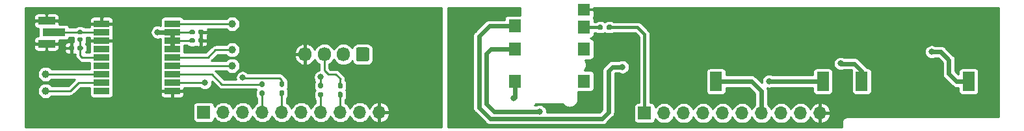
<source format=gbr>
%TF.GenerationSoftware,KiCad,Pcbnew,(5.1.6)-1*%
%TF.CreationDate,2020-11-07T16:44:32+09:00*%
%TF.ProjectId,FlightComputer-Extra,466c6967-6874-4436-9f6d-70757465722d,rev?*%
%TF.SameCoordinates,Original*%
%TF.FileFunction,Copper,L1,Top*%
%TF.FilePolarity,Positive*%
%FSLAX46Y46*%
G04 Gerber Fmt 4.6, Leading zero omitted, Abs format (unit mm)*
G04 Created by KiCad (PCBNEW (5.1.6)-1) date 2020-11-07 16:44:32*
%MOMM*%
%LPD*%
G01*
G04 APERTURE LIST*
%TA.AperFunction,ComponentPad*%
%ADD10O,1.700000X1.850000*%
%TD*%
%TA.AperFunction,SMDPad,CuDef*%
%ADD11R,2.200000X1.000000*%
%TD*%
%TA.AperFunction,SMDPad,CuDef*%
%ADD12R,3.000000X1.000000*%
%TD*%
%TA.AperFunction,SMDPad,CuDef*%
%ADD13R,1.650000X1.800000*%
%TD*%
%TA.AperFunction,SMDPad,CuDef*%
%ADD14R,1.650000X1.600000*%
%TD*%
%TA.AperFunction,SMDPad,CuDef*%
%ADD15R,1.600000X2.500000*%
%TD*%
%TA.AperFunction,SMDPad,CuDef*%
%ADD16R,2.000000X0.900000*%
%TD*%
%TA.AperFunction,SMDPad,CuDef*%
%ADD17C,1.000000*%
%TD*%
%TA.AperFunction,ComponentPad*%
%ADD18O,1.700000X1.700000*%
%TD*%
%TA.AperFunction,ComponentPad*%
%ADD19R,1.700000X1.700000*%
%TD*%
%TA.AperFunction,ViaPad*%
%ADD20C,0.800000*%
%TD*%
%TA.AperFunction,Conductor*%
%ADD21C,0.250000*%
%TD*%
%TA.AperFunction,Conductor*%
%ADD22C,0.600000*%
%TD*%
%TA.AperFunction,Conductor*%
%ADD23C,0.400000*%
%TD*%
%TA.AperFunction,Conductor*%
%ADD24C,0.254000*%
%TD*%
G04 APERTURE END LIST*
%TO.P,R5,2*%
%TO.N,/DEBUG_TX*%
%TA.AperFunction,SMDPad,CuDef*%
G36*
G01*
X117430000Y-93730000D02*
X117750000Y-93730000D01*
G75*
G02*
X117910000Y-93890000I0J-160000D01*
G01*
X117910000Y-94285000D01*
G75*
G02*
X117750000Y-94445000I-160000J0D01*
G01*
X117430000Y-94445000D01*
G75*
G02*
X117270000Y-94285000I0J160000D01*
G01*
X117270000Y-93890000D01*
G75*
G02*
X117430000Y-93730000I160000J0D01*
G01*
G37*
%TD.AperFunction*%
%TO.P,R5,1*%
%TO.N,Net-(J5-Pad3)*%
%TA.AperFunction,SMDPad,CuDef*%
G36*
G01*
X117430000Y-92535000D02*
X117750000Y-92535000D01*
G75*
G02*
X117910000Y-92695000I0J-160000D01*
G01*
X117910000Y-93090000D01*
G75*
G02*
X117750000Y-93250000I-160000J0D01*
G01*
X117430000Y-93250000D01*
G75*
G02*
X117270000Y-93090000I0J160000D01*
G01*
X117270000Y-92695000D01*
G75*
G02*
X117430000Y-92535000I160000J0D01*
G01*
G37*
%TD.AperFunction*%
%TD*%
%TO.P,R4,2*%
%TO.N,/DEBUG_RX*%
%TA.AperFunction,SMDPad,CuDef*%
G36*
G01*
X114860000Y-93740000D02*
X115180000Y-93740000D01*
G75*
G02*
X115340000Y-93900000I0J-160000D01*
G01*
X115340000Y-94295000D01*
G75*
G02*
X115180000Y-94455000I-160000J0D01*
G01*
X114860000Y-94455000D01*
G75*
G02*
X114700000Y-94295000I0J160000D01*
G01*
X114700000Y-93900000D01*
G75*
G02*
X114860000Y-93740000I160000J0D01*
G01*
G37*
%TD.AperFunction*%
%TO.P,R4,1*%
%TO.N,Net-(J5-Pad2)*%
%TA.AperFunction,SMDPad,CuDef*%
G36*
G01*
X114860000Y-92545000D02*
X115180000Y-92545000D01*
G75*
G02*
X115340000Y-92705000I0J-160000D01*
G01*
X115340000Y-93100000D01*
G75*
G02*
X115180000Y-93260000I-160000J0D01*
G01*
X114860000Y-93260000D01*
G75*
G02*
X114700000Y-93100000I0J160000D01*
G01*
X114700000Y-92705000D01*
G75*
G02*
X114860000Y-92545000I160000J0D01*
G01*
G37*
%TD.AperFunction*%
%TD*%
%TO.P,R3,2*%
%TO.N,Net-(R3-Pad2)*%
%TA.AperFunction,SMDPad,CuDef*%
G36*
G01*
X107560000Y-93080000D02*
X107240000Y-93080000D01*
G75*
G02*
X107080000Y-92920000I0J160000D01*
G01*
X107080000Y-92525000D01*
G75*
G02*
X107240000Y-92365000I160000J0D01*
G01*
X107560000Y-92365000D01*
G75*
G02*
X107720000Y-92525000I0J-160000D01*
G01*
X107720000Y-92920000D01*
G75*
G02*
X107560000Y-93080000I-160000J0D01*
G01*
G37*
%TD.AperFunction*%
%TO.P,R3,1*%
%TO.N,/GPS_RX*%
%TA.AperFunction,SMDPad,CuDef*%
G36*
G01*
X107560000Y-94275000D02*
X107240000Y-94275000D01*
G75*
G02*
X107080000Y-94115000I0J160000D01*
G01*
X107080000Y-93720000D01*
G75*
G02*
X107240000Y-93560000I160000J0D01*
G01*
X107560000Y-93560000D01*
G75*
G02*
X107720000Y-93720000I0J-160000D01*
G01*
X107720000Y-94115000D01*
G75*
G02*
X107560000Y-94275000I-160000J0D01*
G01*
G37*
%TD.AperFunction*%
%TD*%
%TO.P,R2,2*%
%TO.N,Net-(R2-Pad2)*%
%TA.AperFunction,SMDPad,CuDef*%
G36*
G01*
X110130000Y-93060000D02*
X109810000Y-93060000D01*
G75*
G02*
X109650000Y-92900000I0J160000D01*
G01*
X109650000Y-92505000D01*
G75*
G02*
X109810000Y-92345000I160000J0D01*
G01*
X110130000Y-92345000D01*
G75*
G02*
X110290000Y-92505000I0J-160000D01*
G01*
X110290000Y-92900000D01*
G75*
G02*
X110130000Y-93060000I-160000J0D01*
G01*
G37*
%TD.AperFunction*%
%TO.P,R2,1*%
%TO.N,/GPS_TX*%
%TA.AperFunction,SMDPad,CuDef*%
G36*
G01*
X110130000Y-94255000D02*
X109810000Y-94255000D01*
G75*
G02*
X109650000Y-94095000I0J160000D01*
G01*
X109650000Y-93700000D01*
G75*
G02*
X109810000Y-93540000I160000J0D01*
G01*
X110130000Y-93540000D01*
G75*
G02*
X110290000Y-93700000I0J-160000D01*
G01*
X110290000Y-94095000D01*
G75*
G02*
X110130000Y-94255000I-160000J0D01*
G01*
G37*
%TD.AperFunction*%
%TD*%
%TO.P,R1,2*%
%TO.N,Net-(J1-Pad12)*%
%TA.AperFunction,SMDPad,CuDef*%
G36*
G01*
X151785000Y-85090000D02*
X151785000Y-85410000D01*
G75*
G02*
X151625000Y-85570000I-160000J0D01*
G01*
X151230000Y-85570000D01*
G75*
G02*
X151070000Y-85410000I0J160000D01*
G01*
X151070000Y-85090000D01*
G75*
G02*
X151230000Y-84930000I160000J0D01*
G01*
X151625000Y-84930000D01*
G75*
G02*
X151785000Y-85090000I0J-160000D01*
G01*
G37*
%TD.AperFunction*%
%TO.P,R1,1*%
%TO.N,VCC_3V3*%
%TA.AperFunction,SMDPad,CuDef*%
G36*
G01*
X152980000Y-85090000D02*
X152980000Y-85410000D01*
G75*
G02*
X152820000Y-85570000I-160000J0D01*
G01*
X152425000Y-85570000D01*
G75*
G02*
X152265000Y-85410000I0J160000D01*
G01*
X152265000Y-85090000D01*
G75*
G02*
X152425000Y-84930000I160000J0D01*
G01*
X152820000Y-84930000D01*
G75*
G02*
X152980000Y-85090000I0J-160000D01*
G01*
G37*
%TD.AperFunction*%
%TD*%
%TO.P,C3,2*%
%TO.N,VCC_PERIH*%
%TA.AperFunction,SMDPad,CuDef*%
G36*
G01*
X98670000Y-85735000D02*
X98670000Y-86045000D01*
G75*
G02*
X98515000Y-86200000I-155000J0D01*
G01*
X98090000Y-86200000D01*
G75*
G02*
X97935000Y-86045000I0J155000D01*
G01*
X97935000Y-85735000D01*
G75*
G02*
X98090000Y-85580000I155000J0D01*
G01*
X98515000Y-85580000D01*
G75*
G02*
X98670000Y-85735000I0J-155000D01*
G01*
G37*
%TD.AperFunction*%
%TO.P,C3,1*%
%TO.N,GND*%
%TA.AperFunction,SMDPad,CuDef*%
G36*
G01*
X99805000Y-85735000D02*
X99805000Y-86045000D01*
G75*
G02*
X99650000Y-86200000I-155000J0D01*
G01*
X99225000Y-86200000D01*
G75*
G02*
X99070000Y-86045000I0J155000D01*
G01*
X99070000Y-85735000D01*
G75*
G02*
X99225000Y-85580000I155000J0D01*
G01*
X99650000Y-85580000D01*
G75*
G02*
X99805000Y-85735000I0J-155000D01*
G01*
G37*
%TD.AperFunction*%
%TD*%
%TO.P,C2,2*%
%TO.N,VCC_PERIH*%
%TA.AperFunction,SMDPad,CuDef*%
G36*
G01*
X98660000Y-86825000D02*
X98660000Y-87135000D01*
G75*
G02*
X98505000Y-87290000I-155000J0D01*
G01*
X98080000Y-87290000D01*
G75*
G02*
X97925000Y-87135000I0J155000D01*
G01*
X97925000Y-86825000D01*
G75*
G02*
X98080000Y-86670000I155000J0D01*
G01*
X98505000Y-86670000D01*
G75*
G02*
X98660000Y-86825000I0J-155000D01*
G01*
G37*
%TD.AperFunction*%
%TO.P,C2,1*%
%TO.N,GND*%
%TA.AperFunction,SMDPad,CuDef*%
G36*
G01*
X99795000Y-86825000D02*
X99795000Y-87135000D01*
G75*
G02*
X99640000Y-87290000I-155000J0D01*
G01*
X99215000Y-87290000D01*
G75*
G02*
X99060000Y-87135000I0J155000D01*
G01*
X99060000Y-86825000D01*
G75*
G02*
X99215000Y-86670000I155000J0D01*
G01*
X99640000Y-86670000D01*
G75*
G02*
X99795000Y-86825000I0J-155000D01*
G01*
G37*
%TD.AperFunction*%
%TD*%
%TO.P,C1,2*%
%TO.N,Net-(C1-Pad2)*%
%TA.AperFunction,SMDPad,CuDef*%
G36*
G01*
X83340000Y-88135000D02*
X83340000Y-87825000D01*
G75*
G02*
X83495000Y-87670000I155000J0D01*
G01*
X83920000Y-87670000D01*
G75*
G02*
X84075000Y-87825000I0J-155000D01*
G01*
X84075000Y-88135000D01*
G75*
G02*
X83920000Y-88290000I-155000J0D01*
G01*
X83495000Y-88290000D01*
G75*
G02*
X83340000Y-88135000I0J155000D01*
G01*
G37*
%TD.AperFunction*%
%TO.P,C1,1*%
%TO.N,GND*%
%TA.AperFunction,SMDPad,CuDef*%
G36*
G01*
X82205000Y-88135000D02*
X82205000Y-87825000D01*
G75*
G02*
X82360000Y-87670000I155000J0D01*
G01*
X82785000Y-87670000D01*
G75*
G02*
X82940000Y-87825000I0J-155000D01*
G01*
X82940000Y-88135000D01*
G75*
G02*
X82785000Y-88290000I-155000J0D01*
G01*
X82360000Y-88290000D01*
G75*
G02*
X82205000Y-88135000I0J155000D01*
G01*
G37*
%TD.AperFunction*%
%TD*%
D10*
%TO.P,J5,4*%
%TO.N,GND*%
X113000000Y-88800000D03*
%TO.P,J5,3*%
%TO.N,Net-(J5-Pad3)*%
X115500000Y-88800000D03*
%TO.P,J5,2*%
%TO.N,Net-(J5-Pad2)*%
X118000000Y-88800000D03*
%TO.P,J5,1*%
%TO.N,VCC_PERIH*%
%TA.AperFunction,ComponentPad*%
G36*
G01*
X121350000Y-88125000D02*
X121350000Y-89475000D01*
G75*
G02*
X121100000Y-89725000I-250000J0D01*
G01*
X119900000Y-89725000D01*
G75*
G02*
X119650000Y-89475000I0J250000D01*
G01*
X119650000Y-88125000D01*
G75*
G02*
X119900000Y-87875000I250000J0D01*
G01*
X121100000Y-87875000D01*
G75*
G02*
X121350000Y-88125000I0J-250000D01*
G01*
G37*
%TD.AperFunction*%
%TD*%
D11*
%TO.P,J4,3*%
%TO.N,GND*%
X79330000Y-87410000D03*
%TO.P,J4,2*%
X79330000Y-84410000D03*
D12*
%TO.P,J4,1*%
%TO.N,Net-(J4-Pad1)*%
X80330000Y-85910000D03*
%TD*%
D13*
%TO.P,J1,2*%
%TO.N,/HP_LEFT*%
X140300000Y-92300000D03*
%TO.P,J1,3*%
%TO.N,/HP_RIGHT*%
X140300000Y-88100000D03*
%TO.P,J1,4*%
%TO.N,/HP_DETECT*%
X140300000Y-85100000D03*
%TO.P,J1,10*%
%TO.N,Net-(J1-Pad10)*%
X149300000Y-92300000D03*
%TO.P,J1,11*%
%TO.N,Net-(J1-Pad11)*%
X149300000Y-88100000D03*
%TO.P,J1,12*%
%TO.N,Net-(J1-Pad12)*%
X149300000Y-85250000D03*
D14*
%TO.P,J1,1*%
%TO.N,GNDA*%
X149300000Y-82900000D03*
%TD*%
D15*
%TO.P,LS2,1*%
%TO.N,/SPK_RP*%
X199400000Y-92350000D03*
%TO.P,LS2,2*%
%TO.N,/SPK_RN*%
X185500000Y-92350000D03*
%TD*%
%TO.P,LS1,1*%
%TO.N,/SPK_LP*%
X180425000Y-92350000D03*
%TO.P,LS1,2*%
%TO.N,/SPK_LN*%
X166525000Y-92350000D03*
%TD*%
D16*
%TO.P,U1,9*%
%TO.N,Net-(TP3-Pad1)*%
X95700000Y-84800000D03*
%TO.P,U1,10*%
%TO.N,GND*%
X86500000Y-84800000D03*
%TO.P,U1,8*%
%TO.N,VCC_PERIH*%
X95700000Y-85900000D03*
%TO.P,U1,11*%
%TO.N,Net-(J4-Pad1)*%
X86500000Y-85900000D03*
%TO.P,U1,7*%
%TO.N,VCC_PERIH*%
X95700000Y-87000000D03*
%TO.P,U1,12*%
%TO.N,GND*%
X86500000Y-87000000D03*
%TO.P,U1,6*%
%TO.N,VCC_PERIH*%
X95700000Y-88100000D03*
%TO.P,U1,13*%
%TO.N,Net-(U1-Pad13)*%
X86500000Y-88100000D03*
%TO.P,U1,5*%
%TO.N,Net-(TP4-Pad1)*%
X95700000Y-89200000D03*
%TO.P,U1,14*%
%TO.N,Net-(C1-Pad2)*%
X86500000Y-89200000D03*
%TO.P,U1,4*%
%TO.N,Net-(TP5-Pad1)*%
X95700000Y-90300000D03*
%TO.P,U1,15*%
%TO.N,Net-(U1-Pad15)*%
X86500000Y-90300000D03*
%TO.P,U1,3*%
%TO.N,Net-(R3-Pad2)*%
X95700000Y-91400000D03*
%TO.P,U1,16*%
%TO.N,Net-(TP2-Pad1)*%
X86500000Y-91400000D03*
%TO.P,U1,2*%
%TO.N,Net-(R2-Pad2)*%
X95700000Y-92500000D03*
%TO.P,U1,17*%
%TO.N,Net-(TP1-Pad1)*%
X86500000Y-92500000D03*
%TO.P,U1,1*%
%TO.N,GND*%
X95700000Y-93600000D03*
%TO.P,U1,18*%
%TO.N,Net-(U1-Pad18)*%
X86500000Y-93600000D03*
%TD*%
D17*
%TO.P,TP5,1*%
%TO.N,Net-(TP5-Pad1)*%
X103500000Y-90300000D03*
%TD*%
%TO.P,TP4,1*%
%TO.N,Net-(TP4-Pad1)*%
X103500000Y-88200000D03*
%TD*%
%TO.P,TP3,1*%
%TO.N,Net-(TP3-Pad1)*%
X103500000Y-84800000D03*
%TD*%
%TO.P,TP2,1*%
%TO.N,Net-(TP2-Pad1)*%
X79200000Y-91400000D03*
%TD*%
%TO.P,TP1,1*%
%TO.N,Net-(TP1-Pad1)*%
X79200000Y-93600000D03*
%TD*%
%TO.P,L1,2*%
%TO.N,Net-(J4-Pad1)*%
%TA.AperFunction,SMDPad,CuDef*%
G36*
G01*
X83872500Y-86190000D02*
X83527500Y-86190000D01*
G75*
G02*
X83380000Y-86042500I0J147500D01*
G01*
X83380000Y-85747500D01*
G75*
G02*
X83527500Y-85600000I147500J0D01*
G01*
X83872500Y-85600000D01*
G75*
G02*
X84020000Y-85747500I0J-147500D01*
G01*
X84020000Y-86042500D01*
G75*
G02*
X83872500Y-86190000I-147500J0D01*
G01*
G37*
%TD.AperFunction*%
%TO.P,L1,1*%
%TO.N,Net-(C1-Pad2)*%
%TA.AperFunction,SMDPad,CuDef*%
G36*
G01*
X83872500Y-87160000D02*
X83527500Y-87160000D01*
G75*
G02*
X83380000Y-87012500I0J147500D01*
G01*
X83380000Y-86717500D01*
G75*
G02*
X83527500Y-86570000I147500J0D01*
G01*
X83872500Y-86570000D01*
G75*
G02*
X84020000Y-86717500I0J-147500D01*
G01*
X84020000Y-87012500D01*
G75*
G02*
X83872500Y-87160000I-147500J0D01*
G01*
G37*
%TD.AperFunction*%
%TD*%
D18*
%TO.P,J3,10*%
%TO.N,GND*%
X122660000Y-96400000D03*
%TO.P,J3,9*%
%TO.N,Net-(J3-Pad9)*%
X120120000Y-96400000D03*
%TO.P,J3,8*%
%TO.N,/DEBUG_TX*%
X117580000Y-96400000D03*
%TO.P,J3,7*%
%TO.N,/DEBUG_RX*%
X115040000Y-96400000D03*
%TO.P,J3,6*%
%TO.N,Net-(J3-Pad6)*%
X112500000Y-96400000D03*
%TO.P,J3,5*%
%TO.N,/GPS_TX*%
X109960000Y-96400000D03*
%TO.P,J3,4*%
%TO.N,/GPS_RX*%
X107420000Y-96400000D03*
%TO.P,J3,3*%
%TO.N,Net-(J3-Pad3)*%
X104880000Y-96400000D03*
%TO.P,J3,2*%
%TO.N,VCC_PERIH*%
X102340000Y-96400000D03*
D19*
%TO.P,J3,1*%
X99800000Y-96400000D03*
%TD*%
D18*
%TO.P,J2,10*%
%TO.N,GNDA*%
X180060000Y-96500000D03*
%TO.P,J2,9*%
%TO.N,/SPK_RN*%
X177520000Y-96500000D03*
%TO.P,J2,8*%
%TO.N,/SPK_RP*%
X174980000Y-96500000D03*
%TO.P,J2,7*%
%TO.N,/SPK_LN*%
X172440000Y-96500000D03*
%TO.P,J2,6*%
%TO.N,/SPK_LP*%
X169900000Y-96500000D03*
%TO.P,J2,5*%
%TO.N,Net-(J2-Pad5)*%
X167360000Y-96500000D03*
%TO.P,J2,4*%
%TO.N,/HP_DETECT*%
X164820000Y-96500000D03*
%TO.P,J2,3*%
%TO.N,/HP_RIGHT*%
X162280000Y-96500000D03*
%TO.P,J2,2*%
%TO.N,/HP_LEFT*%
X159740000Y-96500000D03*
D19*
%TO.P,J2,1*%
%TO.N,VCC_3V3*%
X157200000Y-96500000D03*
%TD*%
D20*
%TO.N,VCC_PERIH*%
X93790000Y-85890000D03*
%TO.N,/HP_LEFT*%
X140200000Y-94540000D03*
%TO.N,/HP_RIGHT*%
X143570000Y-96320000D03*
%TO.N,/HP_DETECT*%
X154340000Y-90440000D03*
%TO.N,/SPK_RN*%
X182730000Y-90010000D03*
%TO.N,/SPK_RP*%
X194600000Y-88470000D03*
%TO.N,/SPK_LP*%
X173420000Y-92310000D03*
%TO.N,Net-(J5-Pad2)*%
X115020000Y-91780000D03*
%TO.N,Net-(R2-Pad2)*%
X99960000Y-92510000D03*
X104880000Y-91860000D03*
%TD*%
D21*
%TO.N,Net-(C1-Pad2)*%
X86500000Y-89200000D02*
X83980000Y-89200000D01*
X83700000Y-87972500D02*
X83707500Y-87980000D01*
X83700000Y-86865000D02*
X83700000Y-87972500D01*
X83707500Y-88927500D02*
X83980000Y-89200000D01*
X83707500Y-87980000D02*
X83707500Y-88927500D01*
%TO.N,VCC_PERIH*%
X95730000Y-86970000D02*
X95700000Y-87000000D01*
D22*
X95700000Y-88100000D02*
X95700000Y-87000000D01*
X95700000Y-87000000D02*
X95700000Y-85900000D01*
X95700000Y-85900000D02*
X93800000Y-85900000D01*
X93800000Y-85900000D02*
X93790000Y-85890000D01*
D21*
X95710000Y-85890000D02*
X95700000Y-85900000D01*
X98292500Y-85900000D02*
X98302500Y-85890000D01*
X95700000Y-85900000D02*
X98292500Y-85900000D01*
X95720000Y-86980000D02*
X95700000Y-87000000D01*
X98292500Y-86980000D02*
X95720000Y-86980000D01*
D22*
%TO.N,/HP_LEFT*%
X140300000Y-94440000D02*
X140300000Y-92300000D01*
X140200000Y-94540000D02*
X140300000Y-94440000D01*
%TO.N,/HP_RIGHT*%
X143570000Y-96320000D02*
X137620000Y-96320000D01*
X137620000Y-96320000D02*
X136600000Y-95300000D01*
X136600000Y-95300000D02*
X136600000Y-88700000D01*
X137200000Y-88100000D02*
X140300000Y-88100000D01*
X136600000Y-88700000D02*
X137200000Y-88100000D01*
%TO.N,/HP_DETECT*%
X136990000Y-85100000D02*
X140300000Y-85100000D01*
X135680000Y-86410000D02*
X136990000Y-85100000D01*
X137110001Y-97220001D02*
X135680000Y-95790000D01*
X154340000Y-90440000D02*
X153060000Y-90440000D01*
X152500000Y-96400000D02*
X151679999Y-97220001D01*
X135680000Y-95790000D02*
X135680000Y-86410000D01*
X151679999Y-97220001D02*
X137110001Y-97220001D01*
X153060000Y-90440000D02*
X152500000Y-91000000D01*
X152500000Y-91000000D02*
X152500000Y-96400000D01*
D23*
%TO.N,Net-(J1-Pad12)*%
X149300000Y-85250000D02*
X151427500Y-85250000D01*
D22*
%TO.N,/SPK_RN*%
X182730000Y-90010000D02*
X182740000Y-90020000D01*
X185500000Y-91000000D02*
X184520000Y-90020000D01*
X185500000Y-92350000D02*
X185500000Y-91000000D01*
X182740000Y-90020000D02*
X184520000Y-90020000D01*
%TO.N,/SPK_RP*%
X197825000Y-92350000D02*
X196840000Y-91365000D01*
X199400000Y-92350000D02*
X197825000Y-92350000D01*
X196840000Y-89550000D02*
X196840000Y-91365000D01*
X195760000Y-88470000D02*
X196840000Y-89550000D01*
X194600000Y-88470000D02*
X195760000Y-88470000D01*
%TO.N,/SPK_LN*%
X172440000Y-96500000D02*
X172440000Y-93630000D01*
X166470000Y-92330000D02*
X166450000Y-92350000D01*
X171160000Y-92350000D02*
X171417500Y-92607500D01*
X166525000Y-92350000D02*
X171160000Y-92350000D01*
X171417500Y-92607500D02*
X171140000Y-92330000D01*
X172440000Y-93630000D02*
X171417500Y-92607500D01*
%TO.N,/SPK_LP*%
X173460000Y-92350000D02*
X173420000Y-92310000D01*
X180425000Y-92350000D02*
X173460000Y-92350000D01*
D23*
%TO.N,VCC_3V3*%
X157200000Y-86160000D02*
X157200000Y-96500000D01*
X156290000Y-85250000D02*
X157200000Y-86160000D01*
X152622500Y-85250000D02*
X156290000Y-85250000D01*
D21*
%TO.N,/DEBUG_TX*%
X117580000Y-94030000D02*
X117600000Y-94010000D01*
X117590000Y-96390000D02*
X117580000Y-96400000D01*
X117590000Y-94087500D02*
X117590000Y-96390000D01*
%TO.N,/DEBUG_RX*%
X115040000Y-94030000D02*
X115020000Y-94010000D01*
X115020000Y-96380000D02*
X115040000Y-96400000D01*
X115020000Y-94097500D02*
X115020000Y-96380000D01*
%TO.N,/GPS_TX*%
X109960000Y-93820000D02*
X109970000Y-93810000D01*
X109970000Y-96390000D02*
X109960000Y-96400000D01*
X109960000Y-93907500D02*
X109970000Y-93897500D01*
X109960000Y-96400000D02*
X109960000Y-93907500D01*
%TO.N,/GPS_RX*%
X107420000Y-93850000D02*
X107400000Y-93830000D01*
X107400000Y-96380000D02*
X107420000Y-96400000D01*
X107400000Y-93917500D02*
X107400000Y-96380000D01*
%TO.N,Net-(J4-Pad1)*%
X86495000Y-85895000D02*
X86500000Y-85900000D01*
X83685000Y-85910000D02*
X83700000Y-85895000D01*
X80330000Y-85910000D02*
X83685000Y-85910000D01*
X83705000Y-85900000D02*
X83700000Y-85895000D01*
X86500000Y-85900000D02*
X83705000Y-85900000D01*
%TO.N,Net-(J5-Pad3)*%
X115500000Y-90890000D02*
X115500000Y-88800000D01*
X116050000Y-91440000D02*
X115500000Y-90890000D01*
X117000000Y-91440000D02*
X116050000Y-91440000D01*
X117600000Y-92040000D02*
X117000000Y-91440000D01*
X117590000Y-92050000D02*
X117600000Y-92040000D01*
X117590000Y-92892500D02*
X117590000Y-92050000D01*
%TO.N,Net-(J5-Pad2)*%
X115020000Y-92902500D02*
X115020000Y-91780000D01*
%TO.N,Net-(R2-Pad2)*%
X99950000Y-92500000D02*
X95700000Y-92500000D01*
X99960000Y-92510000D02*
X99950000Y-92500000D01*
X104910000Y-91890000D02*
X104880000Y-91860000D01*
X109650000Y-91890000D02*
X104910000Y-91890000D01*
X109970000Y-92210000D02*
X109650000Y-91890000D01*
X109970000Y-92702500D02*
X109970000Y-92210000D01*
%TO.N,Net-(R3-Pad2)*%
X100860000Y-91400000D02*
X95700000Y-91400000D01*
X107400000Y-92722500D02*
X102182500Y-92722500D01*
X102182500Y-92722500D02*
X100860000Y-91400000D01*
%TO.N,Net-(TP1-Pad1)*%
X86500000Y-92500000D02*
X83500000Y-92500000D01*
X79200000Y-93600000D02*
X82400000Y-93600000D01*
X82400000Y-93600000D02*
X83500000Y-92500000D01*
%TO.N,Net-(TP2-Pad1)*%
X86500000Y-91400000D02*
X79200000Y-91400000D01*
%TO.N,Net-(TP3-Pad1)*%
X95700000Y-84800000D02*
X103500000Y-84800000D01*
%TO.N,Net-(TP4-Pad1)*%
X95700000Y-89200000D02*
X100330000Y-89200000D01*
X101330000Y-88200000D02*
X103500000Y-88200000D01*
X100330000Y-89200000D02*
X101330000Y-88200000D01*
%TO.N,Net-(TP5-Pad1)*%
X95700000Y-90300000D02*
X103500000Y-90300000D01*
%TD*%
D24*
%TO.N,GND*%
G36*
X130723000Y-98323000D02*
G01*
X76577001Y-98323000D01*
X76577001Y-87910000D01*
X77700450Y-87910000D01*
X77710625Y-88013310D01*
X77740760Y-88112650D01*
X77789695Y-88204202D01*
X77855552Y-88284448D01*
X77935798Y-88350305D01*
X78027350Y-88399240D01*
X78126690Y-88429375D01*
X78230000Y-88439550D01*
X79125250Y-88437000D01*
X79257000Y-88305250D01*
X79257000Y-87483000D01*
X79403000Y-87483000D01*
X79403000Y-88305250D01*
X79534750Y-88437000D01*
X80430000Y-88439550D01*
X80533310Y-88429375D01*
X80632650Y-88399240D01*
X80724202Y-88350305D01*
X80797682Y-88290000D01*
X81675450Y-88290000D01*
X81685625Y-88393310D01*
X81715760Y-88492650D01*
X81764695Y-88584202D01*
X81830552Y-88664448D01*
X81910798Y-88730305D01*
X82002350Y-88779240D01*
X82101690Y-88809375D01*
X82205000Y-88819550D01*
X82367750Y-88817000D01*
X82499500Y-88685250D01*
X82499500Y-88053000D01*
X81809750Y-88053000D01*
X81678000Y-88184750D01*
X81675450Y-88290000D01*
X80797682Y-88290000D01*
X80804448Y-88284448D01*
X80870305Y-88204202D01*
X80919240Y-88112650D01*
X80949375Y-88013310D01*
X80959550Y-87910000D01*
X80957478Y-87670000D01*
X81675450Y-87670000D01*
X81678000Y-87775250D01*
X81809750Y-87907000D01*
X82499500Y-87907000D01*
X82499500Y-87274750D01*
X82367750Y-87143000D01*
X82205000Y-87140450D01*
X82101690Y-87150625D01*
X82002350Y-87180760D01*
X81910798Y-87229695D01*
X81830552Y-87295552D01*
X81764695Y-87375798D01*
X81715760Y-87467350D01*
X81685625Y-87566690D01*
X81675450Y-87670000D01*
X80957478Y-87670000D01*
X80957000Y-87614750D01*
X80825250Y-87483000D01*
X79403000Y-87483000D01*
X79257000Y-87483000D01*
X77834750Y-87483000D01*
X77703000Y-87614750D01*
X77700450Y-87910000D01*
X76577001Y-87910000D01*
X76577000Y-84910000D01*
X77700450Y-84910000D01*
X77710625Y-85013310D01*
X77740760Y-85112650D01*
X77789695Y-85204202D01*
X77855552Y-85284448D01*
X77935798Y-85350305D01*
X78027350Y-85399240D01*
X78126690Y-85429375D01*
X78230000Y-85439550D01*
X78300451Y-85439349D01*
X78300451Y-86380651D01*
X78230000Y-86380450D01*
X78126690Y-86390625D01*
X78027350Y-86420760D01*
X77935798Y-86469695D01*
X77855552Y-86535552D01*
X77789695Y-86615798D01*
X77740760Y-86707350D01*
X77710625Y-86806690D01*
X77700450Y-86910000D01*
X77703000Y-87205250D01*
X77834750Y-87337000D01*
X79257000Y-87337000D01*
X79257000Y-87317000D01*
X79403000Y-87317000D01*
X79403000Y-87337000D01*
X80825250Y-87337000D01*
X80957000Y-87205250D01*
X80959295Y-86939549D01*
X81830000Y-86939549D01*
X81933310Y-86929374D01*
X82032650Y-86899239D01*
X82124202Y-86850304D01*
X82204448Y-86784448D01*
X82270304Y-86704202D01*
X82319239Y-86612650D01*
X82334604Y-86562000D01*
X82870563Y-86562000D01*
X82863460Y-86585414D01*
X82850451Y-86717500D01*
X82850451Y-87012500D01*
X82863171Y-87141654D01*
X82777250Y-87143000D01*
X82645500Y-87274750D01*
X82645500Y-87907000D01*
X82665500Y-87907000D01*
X82665500Y-88053000D01*
X82645500Y-88053000D01*
X82645500Y-88685250D01*
X82777250Y-88817000D01*
X82940000Y-88819550D01*
X83043310Y-88809375D01*
X83055501Y-88805677D01*
X83055501Y-88895468D01*
X83052346Y-88927500D01*
X83064935Y-89055314D01*
X83102217Y-89178216D01*
X83113861Y-89200000D01*
X83162760Y-89291484D01*
X83244237Y-89390764D01*
X83269114Y-89411180D01*
X83496315Y-89638381D01*
X83516736Y-89663264D01*
X83616016Y-89744741D01*
X83729283Y-89805283D01*
X83852185Y-89842565D01*
X83979999Y-89855154D01*
X84012021Y-89852000D01*
X84970451Y-89852000D01*
X84970451Y-90748000D01*
X79999510Y-90748000D01*
X79997723Y-90745326D01*
X79854674Y-90602277D01*
X79686467Y-90489885D01*
X79499565Y-90412467D01*
X79301151Y-90373000D01*
X79098849Y-90373000D01*
X78900435Y-90412467D01*
X78713533Y-90489885D01*
X78545326Y-90602277D01*
X78402277Y-90745326D01*
X78289885Y-90913533D01*
X78212467Y-91100435D01*
X78173000Y-91298849D01*
X78173000Y-91501151D01*
X78212467Y-91699565D01*
X78289885Y-91886467D01*
X78402277Y-92054674D01*
X78545326Y-92197723D01*
X78713533Y-92310115D01*
X78900435Y-92387533D01*
X79098849Y-92427000D01*
X79301151Y-92427000D01*
X79499565Y-92387533D01*
X79686467Y-92310115D01*
X79854674Y-92197723D01*
X79997723Y-92054674D01*
X79999510Y-92052000D01*
X83024209Y-92052000D01*
X83016320Y-92061613D01*
X82129934Y-92948000D01*
X79999510Y-92948000D01*
X79997723Y-92945326D01*
X79854674Y-92802277D01*
X79686467Y-92689885D01*
X79499565Y-92612467D01*
X79301151Y-92573000D01*
X79098849Y-92573000D01*
X78900435Y-92612467D01*
X78713533Y-92689885D01*
X78545326Y-92802277D01*
X78402277Y-92945326D01*
X78289885Y-93113533D01*
X78212467Y-93300435D01*
X78173000Y-93498849D01*
X78173000Y-93701151D01*
X78212467Y-93899565D01*
X78289885Y-94086467D01*
X78402277Y-94254674D01*
X78545326Y-94397723D01*
X78713533Y-94510115D01*
X78900435Y-94587533D01*
X79098849Y-94627000D01*
X79301151Y-94627000D01*
X79499565Y-94587533D01*
X79686467Y-94510115D01*
X79854674Y-94397723D01*
X79997723Y-94254674D01*
X79999510Y-94252000D01*
X82367978Y-94252000D01*
X82400000Y-94255154D01*
X82432022Y-94252000D01*
X82527814Y-94242565D01*
X82650717Y-94205283D01*
X82763984Y-94144741D01*
X82863264Y-94063264D01*
X82883685Y-94038381D01*
X83770067Y-93152000D01*
X84970451Y-93152000D01*
X84970451Y-94050000D01*
X84980626Y-94153310D01*
X85010761Y-94252650D01*
X85059696Y-94344202D01*
X85125552Y-94424448D01*
X85205798Y-94490304D01*
X85297350Y-94539239D01*
X85396690Y-94569374D01*
X85500000Y-94579549D01*
X87500000Y-94579549D01*
X87603310Y-94569374D01*
X87702650Y-94539239D01*
X87794202Y-94490304D01*
X87874448Y-94424448D01*
X87940304Y-94344202D01*
X87989239Y-94252650D01*
X88019374Y-94153310D01*
X88029549Y-94050000D01*
X94170450Y-94050000D01*
X94180625Y-94153310D01*
X94210760Y-94252650D01*
X94259695Y-94344202D01*
X94325552Y-94424448D01*
X94405798Y-94490305D01*
X94497350Y-94539240D01*
X94596690Y-94569375D01*
X94700000Y-94579550D01*
X95495250Y-94577000D01*
X95627000Y-94445250D01*
X95627000Y-93673000D01*
X95773000Y-93673000D01*
X95773000Y-94445250D01*
X95904750Y-94577000D01*
X96700000Y-94579550D01*
X96803310Y-94569375D01*
X96902650Y-94539240D01*
X96994202Y-94490305D01*
X97074448Y-94424448D01*
X97140305Y-94344202D01*
X97189240Y-94252650D01*
X97219375Y-94153310D01*
X97229550Y-94050000D01*
X97227000Y-93804750D01*
X97095250Y-93673000D01*
X95773000Y-93673000D01*
X95627000Y-93673000D01*
X94304750Y-93673000D01*
X94173000Y-93804750D01*
X94170450Y-94050000D01*
X88029549Y-94050000D01*
X88029549Y-93150000D01*
X88019700Y-93050000D01*
X88029549Y-92950000D01*
X88029549Y-92050000D01*
X88019700Y-91950000D01*
X88029549Y-91850000D01*
X88029549Y-90950000D01*
X88019700Y-90850000D01*
X88029549Y-90750000D01*
X88029549Y-89850000D01*
X88019700Y-89750000D01*
X88029549Y-89650000D01*
X88029549Y-88750000D01*
X88019700Y-88650000D01*
X88029549Y-88550000D01*
X88029549Y-87650000D01*
X88019701Y-87550005D01*
X88029550Y-87450000D01*
X88027000Y-87204750D01*
X87895250Y-87073000D01*
X86573000Y-87073000D01*
X86573000Y-87093000D01*
X86427000Y-87093000D01*
X86427000Y-87073000D01*
X85104750Y-87073000D01*
X84973000Y-87204750D01*
X84970450Y-87450000D01*
X84980299Y-87550005D01*
X84970451Y-87650000D01*
X84970451Y-88548000D01*
X84462358Y-88548000D01*
X84489182Y-88515315D01*
X84552441Y-88396966D01*
X84591396Y-88268549D01*
X84604549Y-88135000D01*
X84604549Y-87825000D01*
X84591396Y-87691451D01*
X84552441Y-87563034D01*
X84489182Y-87444685D01*
X84438502Y-87382931D01*
X84498012Y-87271595D01*
X84536540Y-87144586D01*
X84549549Y-87012500D01*
X84549549Y-86717500D01*
X84536540Y-86585414D01*
X84526404Y-86552000D01*
X84970471Y-86552000D01*
X84973000Y-86795250D01*
X85104750Y-86927000D01*
X86427000Y-86927000D01*
X86427000Y-86907000D01*
X86573000Y-86907000D01*
X86573000Y-86927000D01*
X87895250Y-86927000D01*
X88027000Y-86795250D01*
X88029550Y-86550000D01*
X88019701Y-86449995D01*
X88029549Y-86350000D01*
X88029549Y-85798699D01*
X92863000Y-85798699D01*
X92863000Y-85981301D01*
X92898624Y-86160396D01*
X92968504Y-86329099D01*
X93069952Y-86480928D01*
X93199072Y-86610048D01*
X93350901Y-86711496D01*
X93519604Y-86781376D01*
X93698699Y-86817000D01*
X93881301Y-86817000D01*
X94060396Y-86781376D01*
X94170451Y-86735789D01*
X94170451Y-87450000D01*
X94180300Y-87550000D01*
X94170451Y-87650000D01*
X94170451Y-88550000D01*
X94180300Y-88650000D01*
X94170451Y-88750000D01*
X94170451Y-89650000D01*
X94180300Y-89750000D01*
X94170451Y-89850000D01*
X94170451Y-90750000D01*
X94180300Y-90850000D01*
X94170451Y-90950000D01*
X94170451Y-91850000D01*
X94180300Y-91950000D01*
X94170451Y-92050000D01*
X94170451Y-92950000D01*
X94180299Y-93049995D01*
X94170450Y-93150000D01*
X94173000Y-93395250D01*
X94304750Y-93527000D01*
X95627000Y-93527000D01*
X95627000Y-93507000D01*
X95773000Y-93507000D01*
X95773000Y-93527000D01*
X97095250Y-93527000D01*
X97227000Y-93395250D01*
X97229529Y-93152000D01*
X99291024Y-93152000D01*
X99369072Y-93230048D01*
X99520901Y-93331496D01*
X99689604Y-93401376D01*
X99868699Y-93437000D01*
X100051301Y-93437000D01*
X100230396Y-93401376D01*
X100399099Y-93331496D01*
X100550928Y-93230048D01*
X100680048Y-93100928D01*
X100781496Y-92949099D01*
X100851376Y-92780396D01*
X100887000Y-92601301D01*
X100887000Y-92418699D01*
X100869710Y-92331777D01*
X101698820Y-93160887D01*
X101719236Y-93185764D01*
X101818516Y-93267241D01*
X101925544Y-93324448D01*
X101931783Y-93327783D01*
X102054685Y-93365065D01*
X102067327Y-93366310D01*
X102150478Y-93374500D01*
X102150485Y-93374500D01*
X102182499Y-93377653D01*
X102214514Y-93374500D01*
X106646567Y-93374500D01*
X106602940Y-93456121D01*
X106563700Y-93585476D01*
X106550451Y-93720000D01*
X106550451Y-94115000D01*
X106563700Y-94249524D01*
X106602940Y-94378879D01*
X106666661Y-94498093D01*
X106748000Y-94597206D01*
X106748001Y-95192911D01*
X106542213Y-95330414D01*
X106350414Y-95522213D01*
X106199718Y-95747746D01*
X106150000Y-95867776D01*
X106100282Y-95747746D01*
X105949586Y-95522213D01*
X105757787Y-95330414D01*
X105532254Y-95179718D01*
X105281656Y-95075917D01*
X105015623Y-95023000D01*
X104744377Y-95023000D01*
X104478344Y-95075917D01*
X104227746Y-95179718D01*
X104002213Y-95330414D01*
X103810414Y-95522213D01*
X103659718Y-95747746D01*
X103610000Y-95867776D01*
X103560282Y-95747746D01*
X103409586Y-95522213D01*
X103217787Y-95330414D01*
X102992254Y-95179718D01*
X102741656Y-95075917D01*
X102475623Y-95023000D01*
X102204377Y-95023000D01*
X101938344Y-95075917D01*
X101687746Y-95179718D01*
X101462213Y-95330414D01*
X101270414Y-95522213D01*
X101179549Y-95658202D01*
X101179549Y-95550000D01*
X101169374Y-95446690D01*
X101139239Y-95347350D01*
X101090304Y-95255798D01*
X101024448Y-95175552D01*
X100944202Y-95109696D01*
X100852650Y-95060761D01*
X100753310Y-95030626D01*
X100650000Y-95020451D01*
X98950000Y-95020451D01*
X98846690Y-95030626D01*
X98747350Y-95060761D01*
X98655798Y-95109696D01*
X98575552Y-95175552D01*
X98509696Y-95255798D01*
X98460761Y-95347350D01*
X98430626Y-95446690D01*
X98420451Y-95550000D01*
X98420451Y-97250000D01*
X98430626Y-97353310D01*
X98460761Y-97452650D01*
X98509696Y-97544202D01*
X98575552Y-97624448D01*
X98655798Y-97690304D01*
X98747350Y-97739239D01*
X98846690Y-97769374D01*
X98950000Y-97779549D01*
X100650000Y-97779549D01*
X100753310Y-97769374D01*
X100852650Y-97739239D01*
X100944202Y-97690304D01*
X101024448Y-97624448D01*
X101090304Y-97544202D01*
X101139239Y-97452650D01*
X101169374Y-97353310D01*
X101179549Y-97250000D01*
X101179549Y-97141798D01*
X101270414Y-97277787D01*
X101462213Y-97469586D01*
X101687746Y-97620282D01*
X101938344Y-97724083D01*
X102204377Y-97777000D01*
X102475623Y-97777000D01*
X102741656Y-97724083D01*
X102992254Y-97620282D01*
X103217787Y-97469586D01*
X103409586Y-97277787D01*
X103560282Y-97052254D01*
X103610000Y-96932224D01*
X103659718Y-97052254D01*
X103810414Y-97277787D01*
X104002213Y-97469586D01*
X104227746Y-97620282D01*
X104478344Y-97724083D01*
X104744377Y-97777000D01*
X105015623Y-97777000D01*
X105281656Y-97724083D01*
X105532254Y-97620282D01*
X105757787Y-97469586D01*
X105949586Y-97277787D01*
X106100282Y-97052254D01*
X106150000Y-96932224D01*
X106199718Y-97052254D01*
X106350414Y-97277787D01*
X106542213Y-97469586D01*
X106767746Y-97620282D01*
X107018344Y-97724083D01*
X107284377Y-97777000D01*
X107555623Y-97777000D01*
X107821656Y-97724083D01*
X108072254Y-97620282D01*
X108297787Y-97469586D01*
X108489586Y-97277787D01*
X108640282Y-97052254D01*
X108690000Y-96932224D01*
X108739718Y-97052254D01*
X108890414Y-97277787D01*
X109082213Y-97469586D01*
X109307746Y-97620282D01*
X109558344Y-97724083D01*
X109824377Y-97777000D01*
X110095623Y-97777000D01*
X110361656Y-97724083D01*
X110612254Y-97620282D01*
X110837787Y-97469586D01*
X111029586Y-97277787D01*
X111180282Y-97052254D01*
X111230000Y-96932224D01*
X111279718Y-97052254D01*
X111430414Y-97277787D01*
X111622213Y-97469586D01*
X111847746Y-97620282D01*
X112098344Y-97724083D01*
X112364377Y-97777000D01*
X112635623Y-97777000D01*
X112901656Y-97724083D01*
X113152254Y-97620282D01*
X113377787Y-97469586D01*
X113569586Y-97277787D01*
X113720282Y-97052254D01*
X113770000Y-96932224D01*
X113819718Y-97052254D01*
X113970414Y-97277787D01*
X114162213Y-97469586D01*
X114387746Y-97620282D01*
X114638344Y-97724083D01*
X114904377Y-97777000D01*
X115175623Y-97777000D01*
X115441656Y-97724083D01*
X115692254Y-97620282D01*
X115917787Y-97469586D01*
X116109586Y-97277787D01*
X116260282Y-97052254D01*
X116310000Y-96932224D01*
X116359718Y-97052254D01*
X116510414Y-97277787D01*
X116702213Y-97469586D01*
X116927746Y-97620282D01*
X117178344Y-97724083D01*
X117444377Y-97777000D01*
X117715623Y-97777000D01*
X117981656Y-97724083D01*
X118232254Y-97620282D01*
X118457787Y-97469586D01*
X118649586Y-97277787D01*
X118800282Y-97052254D01*
X118850000Y-96932224D01*
X118899718Y-97052254D01*
X119050414Y-97277787D01*
X119242213Y-97469586D01*
X119467746Y-97620282D01*
X119718344Y-97724083D01*
X119984377Y-97777000D01*
X120255623Y-97777000D01*
X120521656Y-97724083D01*
X120772254Y-97620282D01*
X120997787Y-97469586D01*
X121189586Y-97277787D01*
X121340282Y-97052254D01*
X121390739Y-96930441D01*
X121395191Y-96944422D01*
X121525705Y-97180713D01*
X121699810Y-97387002D01*
X121910814Y-97555361D01*
X122150609Y-97679320D01*
X122372791Y-97746715D01*
X122587000Y-97643108D01*
X122587000Y-96473000D01*
X122733000Y-96473000D01*
X122733000Y-97643108D01*
X122947209Y-97746715D01*
X123169391Y-97679320D01*
X123409186Y-97555361D01*
X123620190Y-97387002D01*
X123794295Y-97180713D01*
X123924809Y-96944422D01*
X124006718Y-96687209D01*
X123903317Y-96473000D01*
X122733000Y-96473000D01*
X122587000Y-96473000D01*
X122567000Y-96473000D01*
X122567000Y-96327000D01*
X122587000Y-96327000D01*
X122587000Y-95156892D01*
X122733000Y-95156892D01*
X122733000Y-96327000D01*
X123903317Y-96327000D01*
X124006718Y-96112791D01*
X123924809Y-95855578D01*
X123794295Y-95619287D01*
X123620190Y-95412998D01*
X123409186Y-95244639D01*
X123169391Y-95120680D01*
X122947209Y-95053285D01*
X122733000Y-95156892D01*
X122587000Y-95156892D01*
X122372791Y-95053285D01*
X122150609Y-95120680D01*
X121910814Y-95244639D01*
X121699810Y-95412998D01*
X121525705Y-95619287D01*
X121395191Y-95855578D01*
X121390739Y-95869559D01*
X121340282Y-95747746D01*
X121189586Y-95522213D01*
X120997787Y-95330414D01*
X120772254Y-95179718D01*
X120521656Y-95075917D01*
X120255623Y-95023000D01*
X119984377Y-95023000D01*
X119718344Y-95075917D01*
X119467746Y-95179718D01*
X119242213Y-95330414D01*
X119050414Y-95522213D01*
X118899718Y-95747746D01*
X118850000Y-95867776D01*
X118800282Y-95747746D01*
X118649586Y-95522213D01*
X118457787Y-95330414D01*
X118242000Y-95186230D01*
X118242000Y-94767205D01*
X118323339Y-94668093D01*
X118387060Y-94548879D01*
X118426300Y-94419524D01*
X118439549Y-94285000D01*
X118439549Y-93890000D01*
X118426300Y-93755476D01*
X118387060Y-93626121D01*
X118323339Y-93506907D01*
X118309464Y-93490000D01*
X118323339Y-93473093D01*
X118387060Y-93353879D01*
X118426300Y-93224524D01*
X118439549Y-93090000D01*
X118439549Y-92695000D01*
X118426300Y-92560476D01*
X118387060Y-92431121D01*
X118323339Y-92311907D01*
X118242000Y-92212795D01*
X118242000Y-92169677D01*
X118242565Y-92167814D01*
X118255154Y-92040001D01*
X118254833Y-92036736D01*
X118242565Y-91912185D01*
X118205283Y-91789283D01*
X118144740Y-91676015D01*
X118083676Y-91601609D01*
X118083670Y-91601603D01*
X118063263Y-91576737D01*
X118038397Y-91556330D01*
X117483684Y-91001618D01*
X117463264Y-90976736D01*
X117363984Y-90895259D01*
X117250717Y-90834717D01*
X117127814Y-90797435D01*
X117032022Y-90788000D01*
X117000000Y-90784846D01*
X116967978Y-90788000D01*
X116320067Y-90788000D01*
X116152000Y-90619934D01*
X116152000Y-90087861D01*
X116268720Y-90025473D01*
X116478396Y-89853397D01*
X116650473Y-89643721D01*
X116750000Y-89457519D01*
X116849527Y-89643720D01*
X117021603Y-89853396D01*
X117231279Y-90025473D01*
X117470495Y-90153337D01*
X117730061Y-90232075D01*
X118000000Y-90258662D01*
X118269938Y-90232075D01*
X118529504Y-90153337D01*
X118768720Y-90025473D01*
X118978396Y-89853397D01*
X119143175Y-89652614D01*
X119179791Y-89773320D01*
X119251829Y-89908094D01*
X119348776Y-90026224D01*
X119466906Y-90123171D01*
X119601680Y-90195209D01*
X119747918Y-90239570D01*
X119900000Y-90254549D01*
X121100000Y-90254549D01*
X121252082Y-90239570D01*
X121398320Y-90195209D01*
X121533094Y-90123171D01*
X121651224Y-90026224D01*
X121748171Y-89908094D01*
X121820209Y-89773320D01*
X121864570Y-89627082D01*
X121879549Y-89475000D01*
X121879549Y-88125000D01*
X121864570Y-87972918D01*
X121820209Y-87826680D01*
X121748171Y-87691906D01*
X121651224Y-87573776D01*
X121533094Y-87476829D01*
X121398320Y-87404791D01*
X121252082Y-87360430D01*
X121100000Y-87345451D01*
X119900000Y-87345451D01*
X119747918Y-87360430D01*
X119601680Y-87404791D01*
X119466906Y-87476829D01*
X119348776Y-87573776D01*
X119251829Y-87691906D01*
X119179791Y-87826680D01*
X119143175Y-87947387D01*
X118978397Y-87746603D01*
X118768721Y-87574527D01*
X118529505Y-87446663D01*
X118269939Y-87367925D01*
X118000000Y-87341338D01*
X117730062Y-87367925D01*
X117470496Y-87446663D01*
X117231280Y-87574527D01*
X117021604Y-87746603D01*
X116849527Y-87956279D01*
X116750000Y-88142481D01*
X116650473Y-87956280D01*
X116478397Y-87746603D01*
X116268721Y-87574527D01*
X116029505Y-87446663D01*
X115769939Y-87367925D01*
X115500000Y-87341338D01*
X115230062Y-87367925D01*
X114970496Y-87446663D01*
X114731280Y-87574527D01*
X114521604Y-87746603D01*
X114349527Y-87956279D01*
X114245037Y-88151766D01*
X114175175Y-88007197D01*
X114012558Y-87791724D01*
X113811029Y-87612116D01*
X113578332Y-87475276D01*
X113323410Y-87386462D01*
X113287209Y-87378285D01*
X113073000Y-87481892D01*
X113073000Y-88727000D01*
X113093000Y-88727000D01*
X113093000Y-88873000D01*
X113073000Y-88873000D01*
X113073000Y-90118108D01*
X113287209Y-90221715D01*
X113323410Y-90213538D01*
X113578332Y-90124724D01*
X113811029Y-89987884D01*
X114012558Y-89808276D01*
X114175175Y-89592803D01*
X114245037Y-89448234D01*
X114349527Y-89643720D01*
X114521603Y-89853396D01*
X114731279Y-90025473D01*
X114848000Y-90087862D01*
X114848000Y-90857978D01*
X114846887Y-90869273D01*
X114749604Y-90888624D01*
X114580901Y-90958504D01*
X114429072Y-91059952D01*
X114299952Y-91189072D01*
X114198504Y-91340901D01*
X114128624Y-91509604D01*
X114093000Y-91688699D01*
X114093000Y-91871301D01*
X114128624Y-92050396D01*
X114198504Y-92219099D01*
X114278011Y-92338090D01*
X114222940Y-92441121D01*
X114183700Y-92570476D01*
X114170451Y-92705000D01*
X114170451Y-93100000D01*
X114183700Y-93234524D01*
X114222940Y-93363879D01*
X114286661Y-93483093D01*
X114300536Y-93500000D01*
X114286661Y-93516907D01*
X114222940Y-93636121D01*
X114183700Y-93765476D01*
X114170451Y-93900000D01*
X114170451Y-94295000D01*
X114183700Y-94429524D01*
X114222940Y-94558879D01*
X114286661Y-94678093D01*
X114368000Y-94777206D01*
X114368000Y-95192912D01*
X114162213Y-95330414D01*
X113970414Y-95522213D01*
X113819718Y-95747746D01*
X113770000Y-95867776D01*
X113720282Y-95747746D01*
X113569586Y-95522213D01*
X113377787Y-95330414D01*
X113152254Y-95179718D01*
X112901656Y-95075917D01*
X112635623Y-95023000D01*
X112364377Y-95023000D01*
X112098344Y-95075917D01*
X111847746Y-95179718D01*
X111622213Y-95330414D01*
X111430414Y-95522213D01*
X111279718Y-95747746D01*
X111230000Y-95867776D01*
X111180282Y-95747746D01*
X111029586Y-95522213D01*
X110837787Y-95330414D01*
X110612254Y-95179718D01*
X110612000Y-95179613D01*
X110612000Y-94587168D01*
X110617585Y-94582585D01*
X110703339Y-94478093D01*
X110767060Y-94358879D01*
X110806300Y-94229524D01*
X110819549Y-94095000D01*
X110819549Y-93700000D01*
X110806300Y-93565476D01*
X110767060Y-93436121D01*
X110703339Y-93316907D01*
X110689464Y-93300000D01*
X110703339Y-93283093D01*
X110767060Y-93163879D01*
X110806300Y-93034524D01*
X110819549Y-92900000D01*
X110819549Y-92505000D01*
X110806300Y-92370476D01*
X110767060Y-92241121D01*
X110703339Y-92121907D01*
X110617585Y-92017415D01*
X110584741Y-91990460D01*
X110575283Y-91959283D01*
X110571209Y-91951661D01*
X110514741Y-91846016D01*
X110433264Y-91746736D01*
X110408381Y-91726315D01*
X110133685Y-91451619D01*
X110113264Y-91426736D01*
X110013984Y-91345259D01*
X109900717Y-91284717D01*
X109777814Y-91247435D01*
X109682022Y-91238000D01*
X109650000Y-91234846D01*
X109617978Y-91238000D01*
X105568976Y-91238000D01*
X105470928Y-91139952D01*
X105319099Y-91038504D01*
X105150396Y-90968624D01*
X104971301Y-90933000D01*
X104788699Y-90933000D01*
X104609604Y-90968624D01*
X104440901Y-91038504D01*
X104289072Y-91139952D01*
X104159952Y-91269072D01*
X104058504Y-91420901D01*
X103988624Y-91589604D01*
X103953000Y-91768699D01*
X103953000Y-91951301D01*
X103976710Y-92070500D01*
X102452567Y-92070500D01*
X101343685Y-90961619D01*
X101335791Y-90952000D01*
X102700490Y-90952000D01*
X102702277Y-90954674D01*
X102845326Y-91097723D01*
X103013533Y-91210115D01*
X103200435Y-91287533D01*
X103398849Y-91327000D01*
X103601151Y-91327000D01*
X103799565Y-91287533D01*
X103986467Y-91210115D01*
X104154674Y-91097723D01*
X104297723Y-90954674D01*
X104410115Y-90786467D01*
X104487533Y-90599565D01*
X104527000Y-90401151D01*
X104527000Y-90198849D01*
X104487533Y-90000435D01*
X104410115Y-89813533D01*
X104297723Y-89645326D01*
X104154674Y-89502277D01*
X103986467Y-89389885D01*
X103799565Y-89312467D01*
X103601151Y-89273000D01*
X103398849Y-89273000D01*
X103200435Y-89312467D01*
X103013533Y-89389885D01*
X102845326Y-89502277D01*
X102702277Y-89645326D01*
X102700490Y-89648000D01*
X100805791Y-89648000D01*
X100813685Y-89638382D01*
X101600067Y-88852000D01*
X102700490Y-88852000D01*
X102702277Y-88854674D01*
X102845326Y-88997723D01*
X103013533Y-89110115D01*
X103200435Y-89187533D01*
X103398849Y-89227000D01*
X103601151Y-89227000D01*
X103799565Y-89187533D01*
X103986467Y-89110115D01*
X104018901Y-89088443D01*
X111639588Y-89088443D01*
X111707369Y-89349745D01*
X111824825Y-89592803D01*
X111987442Y-89808276D01*
X112188971Y-89987884D01*
X112421668Y-90124724D01*
X112676590Y-90213538D01*
X112712791Y-90221715D01*
X112927000Y-90118108D01*
X112927000Y-88873000D01*
X111754697Y-88873000D01*
X111639588Y-89088443D01*
X104018901Y-89088443D01*
X104154674Y-88997723D01*
X104297723Y-88854674D01*
X104410115Y-88686467D01*
X104482565Y-88511557D01*
X111639588Y-88511557D01*
X111754697Y-88727000D01*
X112927000Y-88727000D01*
X112927000Y-87481892D01*
X112712791Y-87378285D01*
X112676590Y-87386462D01*
X112421668Y-87475276D01*
X112188971Y-87612116D01*
X111987442Y-87791724D01*
X111824825Y-88007197D01*
X111707369Y-88250255D01*
X111639588Y-88511557D01*
X104482565Y-88511557D01*
X104487533Y-88499565D01*
X104527000Y-88301151D01*
X104527000Y-88098849D01*
X104487533Y-87900435D01*
X104410115Y-87713533D01*
X104297723Y-87545326D01*
X104154674Y-87402277D01*
X103986467Y-87289885D01*
X103799565Y-87212467D01*
X103601151Y-87173000D01*
X103398849Y-87173000D01*
X103200435Y-87212467D01*
X103013533Y-87289885D01*
X102845326Y-87402277D01*
X102702277Y-87545326D01*
X102700490Y-87548000D01*
X101362022Y-87548000D01*
X101330000Y-87544846D01*
X101202185Y-87557435D01*
X101183728Y-87563034D01*
X101079283Y-87594717D01*
X100966016Y-87655259D01*
X100866736Y-87736736D01*
X100846320Y-87761613D01*
X100059934Y-88548000D01*
X97229549Y-88548000D01*
X97229549Y-87650000D01*
X97227776Y-87632000D01*
X97611732Y-87632000D01*
X97699685Y-87704182D01*
X97818034Y-87767441D01*
X97946451Y-87806396D01*
X98080000Y-87819549D01*
X98505000Y-87819549D01*
X98638549Y-87806396D01*
X98766966Y-87767441D01*
X98801120Y-87749185D01*
X98857350Y-87779240D01*
X98956690Y-87809375D01*
X99060000Y-87819550D01*
X99222750Y-87817000D01*
X99354500Y-87685250D01*
X99354500Y-87053000D01*
X99500500Y-87053000D01*
X99500500Y-87685250D01*
X99632250Y-87817000D01*
X99795000Y-87819550D01*
X99898310Y-87809375D01*
X99997650Y-87779240D01*
X100089202Y-87730305D01*
X100169448Y-87664448D01*
X100235305Y-87584202D01*
X100284240Y-87492650D01*
X100314375Y-87393310D01*
X100324550Y-87290000D01*
X100322000Y-87184750D01*
X100190250Y-87053000D01*
X99500500Y-87053000D01*
X99354500Y-87053000D01*
X99334500Y-87053000D01*
X99334500Y-86907000D01*
X99354500Y-86907000D01*
X99354500Y-86605250D01*
X99364500Y-86595250D01*
X99364500Y-86274750D01*
X99500500Y-86274750D01*
X99500500Y-86907000D01*
X100190250Y-86907000D01*
X100322000Y-86775250D01*
X100324550Y-86670000D01*
X100314375Y-86566690D01*
X100284240Y-86467350D01*
X100271949Y-86444354D01*
X100294240Y-86402650D01*
X100324375Y-86303310D01*
X100334550Y-86200000D01*
X100332000Y-86094750D01*
X100200250Y-85963000D01*
X99510500Y-85963000D01*
X99510500Y-86264750D01*
X99500500Y-86274750D01*
X99364500Y-86274750D01*
X99364500Y-85963000D01*
X99344500Y-85963000D01*
X99344500Y-85817000D01*
X99364500Y-85817000D01*
X99364500Y-85797000D01*
X99510500Y-85797000D01*
X99510500Y-85817000D01*
X100200250Y-85817000D01*
X100332000Y-85685250D01*
X100334550Y-85580000D01*
X100324375Y-85476690D01*
X100316885Y-85452000D01*
X102700490Y-85452000D01*
X102702277Y-85454674D01*
X102845326Y-85597723D01*
X103013533Y-85710115D01*
X103200435Y-85787533D01*
X103398849Y-85827000D01*
X103601151Y-85827000D01*
X103799565Y-85787533D01*
X103986467Y-85710115D01*
X104154674Y-85597723D01*
X104297723Y-85454674D01*
X104410115Y-85286467D01*
X104487533Y-85099565D01*
X104527000Y-84901151D01*
X104527000Y-84698849D01*
X104487533Y-84500435D01*
X104410115Y-84313533D01*
X104297723Y-84145326D01*
X104154674Y-84002277D01*
X103986467Y-83889885D01*
X103799565Y-83812467D01*
X103601151Y-83773000D01*
X103398849Y-83773000D01*
X103200435Y-83812467D01*
X103013533Y-83889885D01*
X102845326Y-84002277D01*
X102702277Y-84145326D01*
X102700490Y-84148000D01*
X97189436Y-84148000D01*
X97189239Y-84147350D01*
X97140304Y-84055798D01*
X97074448Y-83975552D01*
X96994202Y-83909696D01*
X96902650Y-83860761D01*
X96803310Y-83830626D01*
X96700000Y-83820451D01*
X94700000Y-83820451D01*
X94596690Y-83830626D01*
X94497350Y-83860761D01*
X94405798Y-83909696D01*
X94325552Y-83975552D01*
X94259696Y-84055798D01*
X94210761Y-84147350D01*
X94180626Y-84246690D01*
X94170451Y-84350000D01*
X94170451Y-85044211D01*
X94060396Y-84998624D01*
X93881301Y-84963000D01*
X93698699Y-84963000D01*
X93519604Y-84998624D01*
X93350901Y-85068504D01*
X93199072Y-85169952D01*
X93069952Y-85299072D01*
X92968504Y-85450901D01*
X92898624Y-85619604D01*
X92863000Y-85798699D01*
X88029549Y-85798699D01*
X88029549Y-85450000D01*
X88019701Y-85350005D01*
X88029550Y-85250000D01*
X88027000Y-85004750D01*
X87895250Y-84873000D01*
X86573000Y-84873000D01*
X86573000Y-84893000D01*
X86427000Y-84893000D01*
X86427000Y-84873000D01*
X85104750Y-84873000D01*
X84973000Y-85004750D01*
X84970471Y-85248000D01*
X84325957Y-85248000D01*
X84248648Y-85184554D01*
X84131595Y-85121988D01*
X84004586Y-85083460D01*
X83872500Y-85070451D01*
X83527500Y-85070451D01*
X83395414Y-85083460D01*
X83268405Y-85121988D01*
X83151352Y-85184554D01*
X83061858Y-85258000D01*
X82334604Y-85258000D01*
X82319239Y-85207350D01*
X82270304Y-85115798D01*
X82204448Y-85035552D01*
X82124202Y-84969696D01*
X82032650Y-84920761D01*
X81933310Y-84890626D01*
X81830000Y-84880451D01*
X80959295Y-84880451D01*
X80957000Y-84614750D01*
X80825250Y-84483000D01*
X79403000Y-84483000D01*
X79403000Y-84503000D01*
X79257000Y-84503000D01*
X79257000Y-84483000D01*
X77834750Y-84483000D01*
X77703000Y-84614750D01*
X77700450Y-84910000D01*
X76577000Y-84910000D01*
X76577000Y-84350000D01*
X84970450Y-84350000D01*
X84973000Y-84595250D01*
X85104750Y-84727000D01*
X86427000Y-84727000D01*
X86427000Y-83954750D01*
X86573000Y-83954750D01*
X86573000Y-84727000D01*
X87895250Y-84727000D01*
X88027000Y-84595250D01*
X88029550Y-84350000D01*
X88019375Y-84246690D01*
X87989240Y-84147350D01*
X87940305Y-84055798D01*
X87874448Y-83975552D01*
X87794202Y-83909695D01*
X87702650Y-83860760D01*
X87603310Y-83830625D01*
X87500000Y-83820450D01*
X86704750Y-83823000D01*
X86573000Y-83954750D01*
X86427000Y-83954750D01*
X86295250Y-83823000D01*
X85500000Y-83820450D01*
X85396690Y-83830625D01*
X85297350Y-83860760D01*
X85205798Y-83909695D01*
X85125552Y-83975552D01*
X85059695Y-84055798D01*
X85010760Y-84147350D01*
X84980625Y-84246690D01*
X84970450Y-84350000D01*
X76577000Y-84350000D01*
X76577000Y-83910000D01*
X77700450Y-83910000D01*
X77703000Y-84205250D01*
X77834750Y-84337000D01*
X79257000Y-84337000D01*
X79257000Y-83514750D01*
X79403000Y-83514750D01*
X79403000Y-84337000D01*
X80825250Y-84337000D01*
X80957000Y-84205250D01*
X80959550Y-83910000D01*
X80949375Y-83806690D01*
X80919240Y-83707350D01*
X80870305Y-83615798D01*
X80804448Y-83535552D01*
X80724202Y-83469695D01*
X80632650Y-83420760D01*
X80533310Y-83390625D01*
X80430000Y-83380450D01*
X79534750Y-83383000D01*
X79403000Y-83514750D01*
X79257000Y-83514750D01*
X79125250Y-83383000D01*
X78230000Y-83380450D01*
X78126690Y-83390625D01*
X78027350Y-83420760D01*
X77935798Y-83469695D01*
X77855552Y-83535552D01*
X77789695Y-83615798D01*
X77740760Y-83707350D01*
X77710625Y-83806690D01*
X77700450Y-83910000D01*
X76577000Y-83910000D01*
X76576999Y-82677001D01*
X130723000Y-82677001D01*
X130723000Y-98323000D01*
G37*
X130723000Y-98323000D02*
X76577001Y-98323000D01*
X76577001Y-87910000D01*
X77700450Y-87910000D01*
X77710625Y-88013310D01*
X77740760Y-88112650D01*
X77789695Y-88204202D01*
X77855552Y-88284448D01*
X77935798Y-88350305D01*
X78027350Y-88399240D01*
X78126690Y-88429375D01*
X78230000Y-88439550D01*
X79125250Y-88437000D01*
X79257000Y-88305250D01*
X79257000Y-87483000D01*
X79403000Y-87483000D01*
X79403000Y-88305250D01*
X79534750Y-88437000D01*
X80430000Y-88439550D01*
X80533310Y-88429375D01*
X80632650Y-88399240D01*
X80724202Y-88350305D01*
X80797682Y-88290000D01*
X81675450Y-88290000D01*
X81685625Y-88393310D01*
X81715760Y-88492650D01*
X81764695Y-88584202D01*
X81830552Y-88664448D01*
X81910798Y-88730305D01*
X82002350Y-88779240D01*
X82101690Y-88809375D01*
X82205000Y-88819550D01*
X82367750Y-88817000D01*
X82499500Y-88685250D01*
X82499500Y-88053000D01*
X81809750Y-88053000D01*
X81678000Y-88184750D01*
X81675450Y-88290000D01*
X80797682Y-88290000D01*
X80804448Y-88284448D01*
X80870305Y-88204202D01*
X80919240Y-88112650D01*
X80949375Y-88013310D01*
X80959550Y-87910000D01*
X80957478Y-87670000D01*
X81675450Y-87670000D01*
X81678000Y-87775250D01*
X81809750Y-87907000D01*
X82499500Y-87907000D01*
X82499500Y-87274750D01*
X82367750Y-87143000D01*
X82205000Y-87140450D01*
X82101690Y-87150625D01*
X82002350Y-87180760D01*
X81910798Y-87229695D01*
X81830552Y-87295552D01*
X81764695Y-87375798D01*
X81715760Y-87467350D01*
X81685625Y-87566690D01*
X81675450Y-87670000D01*
X80957478Y-87670000D01*
X80957000Y-87614750D01*
X80825250Y-87483000D01*
X79403000Y-87483000D01*
X79257000Y-87483000D01*
X77834750Y-87483000D01*
X77703000Y-87614750D01*
X77700450Y-87910000D01*
X76577001Y-87910000D01*
X76577000Y-84910000D01*
X77700450Y-84910000D01*
X77710625Y-85013310D01*
X77740760Y-85112650D01*
X77789695Y-85204202D01*
X77855552Y-85284448D01*
X77935798Y-85350305D01*
X78027350Y-85399240D01*
X78126690Y-85429375D01*
X78230000Y-85439550D01*
X78300451Y-85439349D01*
X78300451Y-86380651D01*
X78230000Y-86380450D01*
X78126690Y-86390625D01*
X78027350Y-86420760D01*
X77935798Y-86469695D01*
X77855552Y-86535552D01*
X77789695Y-86615798D01*
X77740760Y-86707350D01*
X77710625Y-86806690D01*
X77700450Y-86910000D01*
X77703000Y-87205250D01*
X77834750Y-87337000D01*
X79257000Y-87337000D01*
X79257000Y-87317000D01*
X79403000Y-87317000D01*
X79403000Y-87337000D01*
X80825250Y-87337000D01*
X80957000Y-87205250D01*
X80959295Y-86939549D01*
X81830000Y-86939549D01*
X81933310Y-86929374D01*
X82032650Y-86899239D01*
X82124202Y-86850304D01*
X82204448Y-86784448D01*
X82270304Y-86704202D01*
X82319239Y-86612650D01*
X82334604Y-86562000D01*
X82870563Y-86562000D01*
X82863460Y-86585414D01*
X82850451Y-86717500D01*
X82850451Y-87012500D01*
X82863171Y-87141654D01*
X82777250Y-87143000D01*
X82645500Y-87274750D01*
X82645500Y-87907000D01*
X82665500Y-87907000D01*
X82665500Y-88053000D01*
X82645500Y-88053000D01*
X82645500Y-88685250D01*
X82777250Y-88817000D01*
X82940000Y-88819550D01*
X83043310Y-88809375D01*
X83055501Y-88805677D01*
X83055501Y-88895468D01*
X83052346Y-88927500D01*
X83064935Y-89055314D01*
X83102217Y-89178216D01*
X83113861Y-89200000D01*
X83162760Y-89291484D01*
X83244237Y-89390764D01*
X83269114Y-89411180D01*
X83496315Y-89638381D01*
X83516736Y-89663264D01*
X83616016Y-89744741D01*
X83729283Y-89805283D01*
X83852185Y-89842565D01*
X83979999Y-89855154D01*
X84012021Y-89852000D01*
X84970451Y-89852000D01*
X84970451Y-90748000D01*
X79999510Y-90748000D01*
X79997723Y-90745326D01*
X79854674Y-90602277D01*
X79686467Y-90489885D01*
X79499565Y-90412467D01*
X79301151Y-90373000D01*
X79098849Y-90373000D01*
X78900435Y-90412467D01*
X78713533Y-90489885D01*
X78545326Y-90602277D01*
X78402277Y-90745326D01*
X78289885Y-90913533D01*
X78212467Y-91100435D01*
X78173000Y-91298849D01*
X78173000Y-91501151D01*
X78212467Y-91699565D01*
X78289885Y-91886467D01*
X78402277Y-92054674D01*
X78545326Y-92197723D01*
X78713533Y-92310115D01*
X78900435Y-92387533D01*
X79098849Y-92427000D01*
X79301151Y-92427000D01*
X79499565Y-92387533D01*
X79686467Y-92310115D01*
X79854674Y-92197723D01*
X79997723Y-92054674D01*
X79999510Y-92052000D01*
X83024209Y-92052000D01*
X83016320Y-92061613D01*
X82129934Y-92948000D01*
X79999510Y-92948000D01*
X79997723Y-92945326D01*
X79854674Y-92802277D01*
X79686467Y-92689885D01*
X79499565Y-92612467D01*
X79301151Y-92573000D01*
X79098849Y-92573000D01*
X78900435Y-92612467D01*
X78713533Y-92689885D01*
X78545326Y-92802277D01*
X78402277Y-92945326D01*
X78289885Y-93113533D01*
X78212467Y-93300435D01*
X78173000Y-93498849D01*
X78173000Y-93701151D01*
X78212467Y-93899565D01*
X78289885Y-94086467D01*
X78402277Y-94254674D01*
X78545326Y-94397723D01*
X78713533Y-94510115D01*
X78900435Y-94587533D01*
X79098849Y-94627000D01*
X79301151Y-94627000D01*
X79499565Y-94587533D01*
X79686467Y-94510115D01*
X79854674Y-94397723D01*
X79997723Y-94254674D01*
X79999510Y-94252000D01*
X82367978Y-94252000D01*
X82400000Y-94255154D01*
X82432022Y-94252000D01*
X82527814Y-94242565D01*
X82650717Y-94205283D01*
X82763984Y-94144741D01*
X82863264Y-94063264D01*
X82883685Y-94038381D01*
X83770067Y-93152000D01*
X84970451Y-93152000D01*
X84970451Y-94050000D01*
X84980626Y-94153310D01*
X85010761Y-94252650D01*
X85059696Y-94344202D01*
X85125552Y-94424448D01*
X85205798Y-94490304D01*
X85297350Y-94539239D01*
X85396690Y-94569374D01*
X85500000Y-94579549D01*
X87500000Y-94579549D01*
X87603310Y-94569374D01*
X87702650Y-94539239D01*
X87794202Y-94490304D01*
X87874448Y-94424448D01*
X87940304Y-94344202D01*
X87989239Y-94252650D01*
X88019374Y-94153310D01*
X88029549Y-94050000D01*
X94170450Y-94050000D01*
X94180625Y-94153310D01*
X94210760Y-94252650D01*
X94259695Y-94344202D01*
X94325552Y-94424448D01*
X94405798Y-94490305D01*
X94497350Y-94539240D01*
X94596690Y-94569375D01*
X94700000Y-94579550D01*
X95495250Y-94577000D01*
X95627000Y-94445250D01*
X95627000Y-93673000D01*
X95773000Y-93673000D01*
X95773000Y-94445250D01*
X95904750Y-94577000D01*
X96700000Y-94579550D01*
X96803310Y-94569375D01*
X96902650Y-94539240D01*
X96994202Y-94490305D01*
X97074448Y-94424448D01*
X97140305Y-94344202D01*
X97189240Y-94252650D01*
X97219375Y-94153310D01*
X97229550Y-94050000D01*
X97227000Y-93804750D01*
X97095250Y-93673000D01*
X95773000Y-93673000D01*
X95627000Y-93673000D01*
X94304750Y-93673000D01*
X94173000Y-93804750D01*
X94170450Y-94050000D01*
X88029549Y-94050000D01*
X88029549Y-93150000D01*
X88019700Y-93050000D01*
X88029549Y-92950000D01*
X88029549Y-92050000D01*
X88019700Y-91950000D01*
X88029549Y-91850000D01*
X88029549Y-90950000D01*
X88019700Y-90850000D01*
X88029549Y-90750000D01*
X88029549Y-89850000D01*
X88019700Y-89750000D01*
X88029549Y-89650000D01*
X88029549Y-88750000D01*
X88019700Y-88650000D01*
X88029549Y-88550000D01*
X88029549Y-87650000D01*
X88019701Y-87550005D01*
X88029550Y-87450000D01*
X88027000Y-87204750D01*
X87895250Y-87073000D01*
X86573000Y-87073000D01*
X86573000Y-87093000D01*
X86427000Y-87093000D01*
X86427000Y-87073000D01*
X85104750Y-87073000D01*
X84973000Y-87204750D01*
X84970450Y-87450000D01*
X84980299Y-87550005D01*
X84970451Y-87650000D01*
X84970451Y-88548000D01*
X84462358Y-88548000D01*
X84489182Y-88515315D01*
X84552441Y-88396966D01*
X84591396Y-88268549D01*
X84604549Y-88135000D01*
X84604549Y-87825000D01*
X84591396Y-87691451D01*
X84552441Y-87563034D01*
X84489182Y-87444685D01*
X84438502Y-87382931D01*
X84498012Y-87271595D01*
X84536540Y-87144586D01*
X84549549Y-87012500D01*
X84549549Y-86717500D01*
X84536540Y-86585414D01*
X84526404Y-86552000D01*
X84970471Y-86552000D01*
X84973000Y-86795250D01*
X85104750Y-86927000D01*
X86427000Y-86927000D01*
X86427000Y-86907000D01*
X86573000Y-86907000D01*
X86573000Y-86927000D01*
X87895250Y-86927000D01*
X88027000Y-86795250D01*
X88029550Y-86550000D01*
X88019701Y-86449995D01*
X88029549Y-86350000D01*
X88029549Y-85798699D01*
X92863000Y-85798699D01*
X92863000Y-85981301D01*
X92898624Y-86160396D01*
X92968504Y-86329099D01*
X93069952Y-86480928D01*
X93199072Y-86610048D01*
X93350901Y-86711496D01*
X93519604Y-86781376D01*
X93698699Y-86817000D01*
X93881301Y-86817000D01*
X94060396Y-86781376D01*
X94170451Y-86735789D01*
X94170451Y-87450000D01*
X94180300Y-87550000D01*
X94170451Y-87650000D01*
X94170451Y-88550000D01*
X94180300Y-88650000D01*
X94170451Y-88750000D01*
X94170451Y-89650000D01*
X94180300Y-89750000D01*
X94170451Y-89850000D01*
X94170451Y-90750000D01*
X94180300Y-90850000D01*
X94170451Y-90950000D01*
X94170451Y-91850000D01*
X94180300Y-91950000D01*
X94170451Y-92050000D01*
X94170451Y-92950000D01*
X94180299Y-93049995D01*
X94170450Y-93150000D01*
X94173000Y-93395250D01*
X94304750Y-93527000D01*
X95627000Y-93527000D01*
X95627000Y-93507000D01*
X95773000Y-93507000D01*
X95773000Y-93527000D01*
X97095250Y-93527000D01*
X97227000Y-93395250D01*
X97229529Y-93152000D01*
X99291024Y-93152000D01*
X99369072Y-93230048D01*
X99520901Y-93331496D01*
X99689604Y-93401376D01*
X99868699Y-93437000D01*
X100051301Y-93437000D01*
X100230396Y-93401376D01*
X100399099Y-93331496D01*
X100550928Y-93230048D01*
X100680048Y-93100928D01*
X100781496Y-92949099D01*
X100851376Y-92780396D01*
X100887000Y-92601301D01*
X100887000Y-92418699D01*
X100869710Y-92331777D01*
X101698820Y-93160887D01*
X101719236Y-93185764D01*
X101818516Y-93267241D01*
X101925544Y-93324448D01*
X101931783Y-93327783D01*
X102054685Y-93365065D01*
X102067327Y-93366310D01*
X102150478Y-93374500D01*
X102150485Y-93374500D01*
X102182499Y-93377653D01*
X102214514Y-93374500D01*
X106646567Y-93374500D01*
X106602940Y-93456121D01*
X106563700Y-93585476D01*
X106550451Y-93720000D01*
X106550451Y-94115000D01*
X106563700Y-94249524D01*
X106602940Y-94378879D01*
X106666661Y-94498093D01*
X106748000Y-94597206D01*
X106748001Y-95192911D01*
X106542213Y-95330414D01*
X106350414Y-95522213D01*
X106199718Y-95747746D01*
X106150000Y-95867776D01*
X106100282Y-95747746D01*
X105949586Y-95522213D01*
X105757787Y-95330414D01*
X105532254Y-95179718D01*
X105281656Y-95075917D01*
X105015623Y-95023000D01*
X104744377Y-95023000D01*
X104478344Y-95075917D01*
X104227746Y-95179718D01*
X104002213Y-95330414D01*
X103810414Y-95522213D01*
X103659718Y-95747746D01*
X103610000Y-95867776D01*
X103560282Y-95747746D01*
X103409586Y-95522213D01*
X103217787Y-95330414D01*
X102992254Y-95179718D01*
X102741656Y-95075917D01*
X102475623Y-95023000D01*
X102204377Y-95023000D01*
X101938344Y-95075917D01*
X101687746Y-95179718D01*
X101462213Y-95330414D01*
X101270414Y-95522213D01*
X101179549Y-95658202D01*
X101179549Y-95550000D01*
X101169374Y-95446690D01*
X101139239Y-95347350D01*
X101090304Y-95255798D01*
X101024448Y-95175552D01*
X100944202Y-95109696D01*
X100852650Y-95060761D01*
X100753310Y-95030626D01*
X100650000Y-95020451D01*
X98950000Y-95020451D01*
X98846690Y-95030626D01*
X98747350Y-95060761D01*
X98655798Y-95109696D01*
X98575552Y-95175552D01*
X98509696Y-95255798D01*
X98460761Y-95347350D01*
X98430626Y-95446690D01*
X98420451Y-95550000D01*
X98420451Y-97250000D01*
X98430626Y-97353310D01*
X98460761Y-97452650D01*
X98509696Y-97544202D01*
X98575552Y-97624448D01*
X98655798Y-97690304D01*
X98747350Y-97739239D01*
X98846690Y-97769374D01*
X98950000Y-97779549D01*
X100650000Y-97779549D01*
X100753310Y-97769374D01*
X100852650Y-97739239D01*
X100944202Y-97690304D01*
X101024448Y-97624448D01*
X101090304Y-97544202D01*
X101139239Y-97452650D01*
X101169374Y-97353310D01*
X101179549Y-97250000D01*
X101179549Y-97141798D01*
X101270414Y-97277787D01*
X101462213Y-97469586D01*
X101687746Y-97620282D01*
X101938344Y-97724083D01*
X102204377Y-97777000D01*
X102475623Y-97777000D01*
X102741656Y-97724083D01*
X102992254Y-97620282D01*
X103217787Y-97469586D01*
X103409586Y-97277787D01*
X103560282Y-97052254D01*
X103610000Y-96932224D01*
X103659718Y-97052254D01*
X103810414Y-97277787D01*
X104002213Y-97469586D01*
X104227746Y-97620282D01*
X104478344Y-97724083D01*
X104744377Y-97777000D01*
X105015623Y-97777000D01*
X105281656Y-97724083D01*
X105532254Y-97620282D01*
X105757787Y-97469586D01*
X105949586Y-97277787D01*
X106100282Y-97052254D01*
X106150000Y-96932224D01*
X106199718Y-97052254D01*
X106350414Y-97277787D01*
X106542213Y-97469586D01*
X106767746Y-97620282D01*
X107018344Y-97724083D01*
X107284377Y-97777000D01*
X107555623Y-97777000D01*
X107821656Y-97724083D01*
X108072254Y-97620282D01*
X108297787Y-97469586D01*
X108489586Y-97277787D01*
X108640282Y-97052254D01*
X108690000Y-96932224D01*
X108739718Y-97052254D01*
X108890414Y-97277787D01*
X109082213Y-97469586D01*
X109307746Y-97620282D01*
X109558344Y-97724083D01*
X109824377Y-97777000D01*
X110095623Y-97777000D01*
X110361656Y-97724083D01*
X110612254Y-97620282D01*
X110837787Y-97469586D01*
X111029586Y-97277787D01*
X111180282Y-97052254D01*
X111230000Y-96932224D01*
X111279718Y-97052254D01*
X111430414Y-97277787D01*
X111622213Y-97469586D01*
X111847746Y-97620282D01*
X112098344Y-97724083D01*
X112364377Y-97777000D01*
X112635623Y-97777000D01*
X112901656Y-97724083D01*
X113152254Y-97620282D01*
X113377787Y-97469586D01*
X113569586Y-97277787D01*
X113720282Y-97052254D01*
X113770000Y-96932224D01*
X113819718Y-97052254D01*
X113970414Y-97277787D01*
X114162213Y-97469586D01*
X114387746Y-97620282D01*
X114638344Y-97724083D01*
X114904377Y-97777000D01*
X115175623Y-97777000D01*
X115441656Y-97724083D01*
X115692254Y-97620282D01*
X115917787Y-97469586D01*
X116109586Y-97277787D01*
X116260282Y-97052254D01*
X116310000Y-96932224D01*
X116359718Y-97052254D01*
X116510414Y-97277787D01*
X116702213Y-97469586D01*
X116927746Y-97620282D01*
X117178344Y-97724083D01*
X117444377Y-97777000D01*
X117715623Y-97777000D01*
X117981656Y-97724083D01*
X118232254Y-97620282D01*
X118457787Y-97469586D01*
X118649586Y-97277787D01*
X118800282Y-97052254D01*
X118850000Y-96932224D01*
X118899718Y-97052254D01*
X119050414Y-97277787D01*
X119242213Y-97469586D01*
X119467746Y-97620282D01*
X119718344Y-97724083D01*
X119984377Y-97777000D01*
X120255623Y-97777000D01*
X120521656Y-97724083D01*
X120772254Y-97620282D01*
X120997787Y-97469586D01*
X121189586Y-97277787D01*
X121340282Y-97052254D01*
X121390739Y-96930441D01*
X121395191Y-96944422D01*
X121525705Y-97180713D01*
X121699810Y-97387002D01*
X121910814Y-97555361D01*
X122150609Y-97679320D01*
X122372791Y-97746715D01*
X122587000Y-97643108D01*
X122587000Y-96473000D01*
X122733000Y-96473000D01*
X122733000Y-97643108D01*
X122947209Y-97746715D01*
X123169391Y-97679320D01*
X123409186Y-97555361D01*
X123620190Y-97387002D01*
X123794295Y-97180713D01*
X123924809Y-96944422D01*
X124006718Y-96687209D01*
X123903317Y-96473000D01*
X122733000Y-96473000D01*
X122587000Y-96473000D01*
X122567000Y-96473000D01*
X122567000Y-96327000D01*
X122587000Y-96327000D01*
X122587000Y-95156892D01*
X122733000Y-95156892D01*
X122733000Y-96327000D01*
X123903317Y-96327000D01*
X124006718Y-96112791D01*
X123924809Y-95855578D01*
X123794295Y-95619287D01*
X123620190Y-95412998D01*
X123409186Y-95244639D01*
X123169391Y-95120680D01*
X122947209Y-95053285D01*
X122733000Y-95156892D01*
X122587000Y-95156892D01*
X122372791Y-95053285D01*
X122150609Y-95120680D01*
X121910814Y-95244639D01*
X121699810Y-95412998D01*
X121525705Y-95619287D01*
X121395191Y-95855578D01*
X121390739Y-95869559D01*
X121340282Y-95747746D01*
X121189586Y-95522213D01*
X120997787Y-95330414D01*
X120772254Y-95179718D01*
X120521656Y-95075917D01*
X120255623Y-95023000D01*
X119984377Y-95023000D01*
X119718344Y-95075917D01*
X119467746Y-95179718D01*
X119242213Y-95330414D01*
X119050414Y-95522213D01*
X118899718Y-95747746D01*
X118850000Y-95867776D01*
X118800282Y-95747746D01*
X118649586Y-95522213D01*
X118457787Y-95330414D01*
X118242000Y-95186230D01*
X118242000Y-94767205D01*
X118323339Y-94668093D01*
X118387060Y-94548879D01*
X118426300Y-94419524D01*
X118439549Y-94285000D01*
X118439549Y-93890000D01*
X118426300Y-93755476D01*
X118387060Y-93626121D01*
X118323339Y-93506907D01*
X118309464Y-93490000D01*
X118323339Y-93473093D01*
X118387060Y-93353879D01*
X118426300Y-93224524D01*
X118439549Y-93090000D01*
X118439549Y-92695000D01*
X118426300Y-92560476D01*
X118387060Y-92431121D01*
X118323339Y-92311907D01*
X118242000Y-92212795D01*
X118242000Y-92169677D01*
X118242565Y-92167814D01*
X118255154Y-92040001D01*
X118254833Y-92036736D01*
X118242565Y-91912185D01*
X118205283Y-91789283D01*
X118144740Y-91676015D01*
X118083676Y-91601609D01*
X118083670Y-91601603D01*
X118063263Y-91576737D01*
X118038397Y-91556330D01*
X117483684Y-91001618D01*
X117463264Y-90976736D01*
X117363984Y-90895259D01*
X117250717Y-90834717D01*
X117127814Y-90797435D01*
X117032022Y-90788000D01*
X117000000Y-90784846D01*
X116967978Y-90788000D01*
X116320067Y-90788000D01*
X116152000Y-90619934D01*
X116152000Y-90087861D01*
X116268720Y-90025473D01*
X116478396Y-89853397D01*
X116650473Y-89643721D01*
X116750000Y-89457519D01*
X116849527Y-89643720D01*
X117021603Y-89853396D01*
X117231279Y-90025473D01*
X117470495Y-90153337D01*
X117730061Y-90232075D01*
X118000000Y-90258662D01*
X118269938Y-90232075D01*
X118529504Y-90153337D01*
X118768720Y-90025473D01*
X118978396Y-89853397D01*
X119143175Y-89652614D01*
X119179791Y-89773320D01*
X119251829Y-89908094D01*
X119348776Y-90026224D01*
X119466906Y-90123171D01*
X119601680Y-90195209D01*
X119747918Y-90239570D01*
X119900000Y-90254549D01*
X121100000Y-90254549D01*
X121252082Y-90239570D01*
X121398320Y-90195209D01*
X121533094Y-90123171D01*
X121651224Y-90026224D01*
X121748171Y-89908094D01*
X121820209Y-89773320D01*
X121864570Y-89627082D01*
X121879549Y-89475000D01*
X121879549Y-88125000D01*
X121864570Y-87972918D01*
X121820209Y-87826680D01*
X121748171Y-87691906D01*
X121651224Y-87573776D01*
X121533094Y-87476829D01*
X121398320Y-87404791D01*
X121252082Y-87360430D01*
X121100000Y-87345451D01*
X119900000Y-87345451D01*
X119747918Y-87360430D01*
X119601680Y-87404791D01*
X119466906Y-87476829D01*
X119348776Y-87573776D01*
X119251829Y-87691906D01*
X119179791Y-87826680D01*
X119143175Y-87947387D01*
X118978397Y-87746603D01*
X118768721Y-87574527D01*
X118529505Y-87446663D01*
X118269939Y-87367925D01*
X118000000Y-87341338D01*
X117730062Y-87367925D01*
X117470496Y-87446663D01*
X117231280Y-87574527D01*
X117021604Y-87746603D01*
X116849527Y-87956279D01*
X116750000Y-88142481D01*
X116650473Y-87956280D01*
X116478397Y-87746603D01*
X116268721Y-87574527D01*
X116029505Y-87446663D01*
X115769939Y-87367925D01*
X115500000Y-87341338D01*
X115230062Y-87367925D01*
X114970496Y-87446663D01*
X114731280Y-87574527D01*
X114521604Y-87746603D01*
X114349527Y-87956279D01*
X114245037Y-88151766D01*
X114175175Y-88007197D01*
X114012558Y-87791724D01*
X113811029Y-87612116D01*
X113578332Y-87475276D01*
X113323410Y-87386462D01*
X113287209Y-87378285D01*
X113073000Y-87481892D01*
X113073000Y-88727000D01*
X113093000Y-88727000D01*
X113093000Y-88873000D01*
X113073000Y-88873000D01*
X113073000Y-90118108D01*
X113287209Y-90221715D01*
X113323410Y-90213538D01*
X113578332Y-90124724D01*
X113811029Y-89987884D01*
X114012558Y-89808276D01*
X114175175Y-89592803D01*
X114245037Y-89448234D01*
X114349527Y-89643720D01*
X114521603Y-89853396D01*
X114731279Y-90025473D01*
X114848000Y-90087862D01*
X114848000Y-90857978D01*
X114846887Y-90869273D01*
X114749604Y-90888624D01*
X114580901Y-90958504D01*
X114429072Y-91059952D01*
X114299952Y-91189072D01*
X114198504Y-91340901D01*
X114128624Y-91509604D01*
X114093000Y-91688699D01*
X114093000Y-91871301D01*
X114128624Y-92050396D01*
X114198504Y-92219099D01*
X114278011Y-92338090D01*
X114222940Y-92441121D01*
X114183700Y-92570476D01*
X114170451Y-92705000D01*
X114170451Y-93100000D01*
X114183700Y-93234524D01*
X114222940Y-93363879D01*
X114286661Y-93483093D01*
X114300536Y-93500000D01*
X114286661Y-93516907D01*
X114222940Y-93636121D01*
X114183700Y-93765476D01*
X114170451Y-93900000D01*
X114170451Y-94295000D01*
X114183700Y-94429524D01*
X114222940Y-94558879D01*
X114286661Y-94678093D01*
X114368000Y-94777206D01*
X114368000Y-95192912D01*
X114162213Y-95330414D01*
X113970414Y-95522213D01*
X113819718Y-95747746D01*
X113770000Y-95867776D01*
X113720282Y-95747746D01*
X113569586Y-95522213D01*
X113377787Y-95330414D01*
X113152254Y-95179718D01*
X112901656Y-95075917D01*
X112635623Y-95023000D01*
X112364377Y-95023000D01*
X112098344Y-95075917D01*
X111847746Y-95179718D01*
X111622213Y-95330414D01*
X111430414Y-95522213D01*
X111279718Y-95747746D01*
X111230000Y-95867776D01*
X111180282Y-95747746D01*
X111029586Y-95522213D01*
X110837787Y-95330414D01*
X110612254Y-95179718D01*
X110612000Y-95179613D01*
X110612000Y-94587168D01*
X110617585Y-94582585D01*
X110703339Y-94478093D01*
X110767060Y-94358879D01*
X110806300Y-94229524D01*
X110819549Y-94095000D01*
X110819549Y-93700000D01*
X110806300Y-93565476D01*
X110767060Y-93436121D01*
X110703339Y-93316907D01*
X110689464Y-93300000D01*
X110703339Y-93283093D01*
X110767060Y-93163879D01*
X110806300Y-93034524D01*
X110819549Y-92900000D01*
X110819549Y-92505000D01*
X110806300Y-92370476D01*
X110767060Y-92241121D01*
X110703339Y-92121907D01*
X110617585Y-92017415D01*
X110584741Y-91990460D01*
X110575283Y-91959283D01*
X110571209Y-91951661D01*
X110514741Y-91846016D01*
X110433264Y-91746736D01*
X110408381Y-91726315D01*
X110133685Y-91451619D01*
X110113264Y-91426736D01*
X110013984Y-91345259D01*
X109900717Y-91284717D01*
X109777814Y-91247435D01*
X109682022Y-91238000D01*
X109650000Y-91234846D01*
X109617978Y-91238000D01*
X105568976Y-91238000D01*
X105470928Y-91139952D01*
X105319099Y-91038504D01*
X105150396Y-90968624D01*
X104971301Y-90933000D01*
X104788699Y-90933000D01*
X104609604Y-90968624D01*
X104440901Y-91038504D01*
X104289072Y-91139952D01*
X104159952Y-91269072D01*
X104058504Y-91420901D01*
X103988624Y-91589604D01*
X103953000Y-91768699D01*
X103953000Y-91951301D01*
X103976710Y-92070500D01*
X102452567Y-92070500D01*
X101343685Y-90961619D01*
X101335791Y-90952000D01*
X102700490Y-90952000D01*
X102702277Y-90954674D01*
X102845326Y-91097723D01*
X103013533Y-91210115D01*
X103200435Y-91287533D01*
X103398849Y-91327000D01*
X103601151Y-91327000D01*
X103799565Y-91287533D01*
X103986467Y-91210115D01*
X104154674Y-91097723D01*
X104297723Y-90954674D01*
X104410115Y-90786467D01*
X104487533Y-90599565D01*
X104527000Y-90401151D01*
X104527000Y-90198849D01*
X104487533Y-90000435D01*
X104410115Y-89813533D01*
X104297723Y-89645326D01*
X104154674Y-89502277D01*
X103986467Y-89389885D01*
X103799565Y-89312467D01*
X103601151Y-89273000D01*
X103398849Y-89273000D01*
X103200435Y-89312467D01*
X103013533Y-89389885D01*
X102845326Y-89502277D01*
X102702277Y-89645326D01*
X102700490Y-89648000D01*
X100805791Y-89648000D01*
X100813685Y-89638382D01*
X101600067Y-88852000D01*
X102700490Y-88852000D01*
X102702277Y-88854674D01*
X102845326Y-88997723D01*
X103013533Y-89110115D01*
X103200435Y-89187533D01*
X103398849Y-89227000D01*
X103601151Y-89227000D01*
X103799565Y-89187533D01*
X103986467Y-89110115D01*
X104018901Y-89088443D01*
X111639588Y-89088443D01*
X111707369Y-89349745D01*
X111824825Y-89592803D01*
X111987442Y-89808276D01*
X112188971Y-89987884D01*
X112421668Y-90124724D01*
X112676590Y-90213538D01*
X112712791Y-90221715D01*
X112927000Y-90118108D01*
X112927000Y-88873000D01*
X111754697Y-88873000D01*
X111639588Y-89088443D01*
X104018901Y-89088443D01*
X104154674Y-88997723D01*
X104297723Y-88854674D01*
X104410115Y-88686467D01*
X104482565Y-88511557D01*
X111639588Y-88511557D01*
X111754697Y-88727000D01*
X112927000Y-88727000D01*
X112927000Y-87481892D01*
X112712791Y-87378285D01*
X112676590Y-87386462D01*
X112421668Y-87475276D01*
X112188971Y-87612116D01*
X111987442Y-87791724D01*
X111824825Y-88007197D01*
X111707369Y-88250255D01*
X111639588Y-88511557D01*
X104482565Y-88511557D01*
X104487533Y-88499565D01*
X104527000Y-88301151D01*
X104527000Y-88098849D01*
X104487533Y-87900435D01*
X104410115Y-87713533D01*
X104297723Y-87545326D01*
X104154674Y-87402277D01*
X103986467Y-87289885D01*
X103799565Y-87212467D01*
X103601151Y-87173000D01*
X103398849Y-87173000D01*
X103200435Y-87212467D01*
X103013533Y-87289885D01*
X102845326Y-87402277D01*
X102702277Y-87545326D01*
X102700490Y-87548000D01*
X101362022Y-87548000D01*
X101330000Y-87544846D01*
X101202185Y-87557435D01*
X101183728Y-87563034D01*
X101079283Y-87594717D01*
X100966016Y-87655259D01*
X100866736Y-87736736D01*
X100846320Y-87761613D01*
X100059934Y-88548000D01*
X97229549Y-88548000D01*
X97229549Y-87650000D01*
X97227776Y-87632000D01*
X97611732Y-87632000D01*
X97699685Y-87704182D01*
X97818034Y-87767441D01*
X97946451Y-87806396D01*
X98080000Y-87819549D01*
X98505000Y-87819549D01*
X98638549Y-87806396D01*
X98766966Y-87767441D01*
X98801120Y-87749185D01*
X98857350Y-87779240D01*
X98956690Y-87809375D01*
X99060000Y-87819550D01*
X99222750Y-87817000D01*
X99354500Y-87685250D01*
X99354500Y-87053000D01*
X99500500Y-87053000D01*
X99500500Y-87685250D01*
X99632250Y-87817000D01*
X99795000Y-87819550D01*
X99898310Y-87809375D01*
X99997650Y-87779240D01*
X100089202Y-87730305D01*
X100169448Y-87664448D01*
X100235305Y-87584202D01*
X100284240Y-87492650D01*
X100314375Y-87393310D01*
X100324550Y-87290000D01*
X100322000Y-87184750D01*
X100190250Y-87053000D01*
X99500500Y-87053000D01*
X99354500Y-87053000D01*
X99334500Y-87053000D01*
X99334500Y-86907000D01*
X99354500Y-86907000D01*
X99354500Y-86605250D01*
X99364500Y-86595250D01*
X99364500Y-86274750D01*
X99500500Y-86274750D01*
X99500500Y-86907000D01*
X100190250Y-86907000D01*
X100322000Y-86775250D01*
X100324550Y-86670000D01*
X100314375Y-86566690D01*
X100284240Y-86467350D01*
X100271949Y-86444354D01*
X100294240Y-86402650D01*
X100324375Y-86303310D01*
X100334550Y-86200000D01*
X100332000Y-86094750D01*
X100200250Y-85963000D01*
X99510500Y-85963000D01*
X99510500Y-86264750D01*
X99500500Y-86274750D01*
X99364500Y-86274750D01*
X99364500Y-85963000D01*
X99344500Y-85963000D01*
X99344500Y-85817000D01*
X99364500Y-85817000D01*
X99364500Y-85797000D01*
X99510500Y-85797000D01*
X99510500Y-85817000D01*
X100200250Y-85817000D01*
X100332000Y-85685250D01*
X100334550Y-85580000D01*
X100324375Y-85476690D01*
X100316885Y-85452000D01*
X102700490Y-85452000D01*
X102702277Y-85454674D01*
X102845326Y-85597723D01*
X103013533Y-85710115D01*
X103200435Y-85787533D01*
X103398849Y-85827000D01*
X103601151Y-85827000D01*
X103799565Y-85787533D01*
X103986467Y-85710115D01*
X104154674Y-85597723D01*
X104297723Y-85454674D01*
X104410115Y-85286467D01*
X104487533Y-85099565D01*
X104527000Y-84901151D01*
X104527000Y-84698849D01*
X104487533Y-84500435D01*
X104410115Y-84313533D01*
X104297723Y-84145326D01*
X104154674Y-84002277D01*
X103986467Y-83889885D01*
X103799565Y-83812467D01*
X103601151Y-83773000D01*
X103398849Y-83773000D01*
X103200435Y-83812467D01*
X103013533Y-83889885D01*
X102845326Y-84002277D01*
X102702277Y-84145326D01*
X102700490Y-84148000D01*
X97189436Y-84148000D01*
X97189239Y-84147350D01*
X97140304Y-84055798D01*
X97074448Y-83975552D01*
X96994202Y-83909696D01*
X96902650Y-83860761D01*
X96803310Y-83830626D01*
X96700000Y-83820451D01*
X94700000Y-83820451D01*
X94596690Y-83830626D01*
X94497350Y-83860761D01*
X94405798Y-83909696D01*
X94325552Y-83975552D01*
X94259696Y-84055798D01*
X94210761Y-84147350D01*
X94180626Y-84246690D01*
X94170451Y-84350000D01*
X94170451Y-85044211D01*
X94060396Y-84998624D01*
X93881301Y-84963000D01*
X93698699Y-84963000D01*
X93519604Y-84998624D01*
X93350901Y-85068504D01*
X93199072Y-85169952D01*
X93069952Y-85299072D01*
X92968504Y-85450901D01*
X92898624Y-85619604D01*
X92863000Y-85798699D01*
X88029549Y-85798699D01*
X88029549Y-85450000D01*
X88019701Y-85350005D01*
X88029550Y-85250000D01*
X88027000Y-85004750D01*
X87895250Y-84873000D01*
X86573000Y-84873000D01*
X86573000Y-84893000D01*
X86427000Y-84893000D01*
X86427000Y-84873000D01*
X85104750Y-84873000D01*
X84973000Y-85004750D01*
X84970471Y-85248000D01*
X84325957Y-85248000D01*
X84248648Y-85184554D01*
X84131595Y-85121988D01*
X84004586Y-85083460D01*
X83872500Y-85070451D01*
X83527500Y-85070451D01*
X83395414Y-85083460D01*
X83268405Y-85121988D01*
X83151352Y-85184554D01*
X83061858Y-85258000D01*
X82334604Y-85258000D01*
X82319239Y-85207350D01*
X82270304Y-85115798D01*
X82204448Y-85035552D01*
X82124202Y-84969696D01*
X82032650Y-84920761D01*
X81933310Y-84890626D01*
X81830000Y-84880451D01*
X80959295Y-84880451D01*
X80957000Y-84614750D01*
X80825250Y-84483000D01*
X79403000Y-84483000D01*
X79403000Y-84503000D01*
X79257000Y-84503000D01*
X79257000Y-84483000D01*
X77834750Y-84483000D01*
X77703000Y-84614750D01*
X77700450Y-84910000D01*
X76577000Y-84910000D01*
X76577000Y-84350000D01*
X84970450Y-84350000D01*
X84973000Y-84595250D01*
X85104750Y-84727000D01*
X86427000Y-84727000D01*
X86427000Y-83954750D01*
X86573000Y-83954750D01*
X86573000Y-84727000D01*
X87895250Y-84727000D01*
X88027000Y-84595250D01*
X88029550Y-84350000D01*
X88019375Y-84246690D01*
X87989240Y-84147350D01*
X87940305Y-84055798D01*
X87874448Y-83975552D01*
X87794202Y-83909695D01*
X87702650Y-83860760D01*
X87603310Y-83830625D01*
X87500000Y-83820450D01*
X86704750Y-83823000D01*
X86573000Y-83954750D01*
X86427000Y-83954750D01*
X86295250Y-83823000D01*
X85500000Y-83820450D01*
X85396690Y-83830625D01*
X85297350Y-83860760D01*
X85205798Y-83909695D01*
X85125552Y-83975552D01*
X85059695Y-84055798D01*
X85010760Y-84147350D01*
X84980625Y-84246690D01*
X84970450Y-84350000D01*
X76577000Y-84350000D01*
X76577000Y-83910000D01*
X77700450Y-83910000D01*
X77703000Y-84205250D01*
X77834750Y-84337000D01*
X79257000Y-84337000D01*
X79257000Y-83514750D01*
X79403000Y-83514750D01*
X79403000Y-84337000D01*
X80825250Y-84337000D01*
X80957000Y-84205250D01*
X80959550Y-83910000D01*
X80949375Y-83806690D01*
X80919240Y-83707350D01*
X80870305Y-83615798D01*
X80804448Y-83535552D01*
X80724202Y-83469695D01*
X80632650Y-83420760D01*
X80533310Y-83390625D01*
X80430000Y-83380450D01*
X79534750Y-83383000D01*
X79403000Y-83514750D01*
X79257000Y-83514750D01*
X79125250Y-83383000D01*
X78230000Y-83380450D01*
X78126690Y-83390625D01*
X78027350Y-83420760D01*
X77935798Y-83469695D01*
X77855552Y-83535552D01*
X77789695Y-83615798D01*
X77740760Y-83707350D01*
X77710625Y-83806690D01*
X77700450Y-83910000D01*
X76577000Y-83910000D01*
X76576999Y-82677001D01*
X130723000Y-82677001D01*
X130723000Y-98323000D01*
%TO.N,GNDA*%
G36*
X141023001Y-83670451D02*
G01*
X139475000Y-83670451D01*
X139371690Y-83680626D01*
X139272350Y-83710761D01*
X139180798Y-83759696D01*
X139100552Y-83825552D01*
X139034696Y-83905798D01*
X138985761Y-83997350D01*
X138955626Y-84096690D01*
X138945451Y-84200000D01*
X138945451Y-84273000D01*
X137030614Y-84273000D01*
X136990000Y-84269000D01*
X136949386Y-84273000D01*
X136949376Y-84273000D01*
X136827880Y-84284966D01*
X136671990Y-84332255D01*
X136638792Y-84350000D01*
X136528320Y-84409048D01*
X136433948Y-84486498D01*
X136402394Y-84512394D01*
X136376499Y-84543947D01*
X135123948Y-85796499D01*
X135092395Y-85822394D01*
X135066500Y-85853947D01*
X135066498Y-85853949D01*
X134989048Y-85948321D01*
X134912256Y-86091990D01*
X134864967Y-86247880D01*
X134849000Y-86410000D01*
X134853001Y-86450624D01*
X134853000Y-95749386D01*
X134849000Y-95790000D01*
X134853000Y-95830614D01*
X134853000Y-95830623D01*
X134864966Y-95952119D01*
X134912255Y-96108009D01*
X134912256Y-96108010D01*
X134989048Y-96251679D01*
X135040725Y-96314647D01*
X135092394Y-96377606D01*
X135123952Y-96403505D01*
X136496500Y-97776054D01*
X136522395Y-97807607D01*
X136553948Y-97833502D01*
X136553949Y-97833503D01*
X136648321Y-97910953D01*
X136725114Y-97951999D01*
X136791991Y-97987746D01*
X136947881Y-98035035D01*
X137069377Y-98047001D01*
X137069387Y-98047001D01*
X137110001Y-98051001D01*
X137150615Y-98047001D01*
X151639385Y-98047001D01*
X151679999Y-98051001D01*
X151720613Y-98047001D01*
X151720623Y-98047001D01*
X151842119Y-98035035D01*
X151998009Y-97987746D01*
X152141678Y-97910953D01*
X152267605Y-97807607D01*
X152293504Y-97776049D01*
X153056058Y-97013497D01*
X153087606Y-96987606D01*
X153113496Y-96956059D01*
X153113503Y-96956052D01*
X153190952Y-96861680D01*
X153267745Y-96718011D01*
X153293716Y-96632395D01*
X153315034Y-96562120D01*
X153327000Y-96440624D01*
X153327000Y-96440614D01*
X153331000Y-96400000D01*
X153327000Y-96359386D01*
X153327000Y-91342554D01*
X153402554Y-91267000D01*
X153914189Y-91267000D01*
X154069604Y-91331376D01*
X154248699Y-91367000D01*
X154431301Y-91367000D01*
X154610396Y-91331376D01*
X154779099Y-91261496D01*
X154930928Y-91160048D01*
X155060048Y-91030928D01*
X155161496Y-90879099D01*
X155231376Y-90710396D01*
X155267000Y-90531301D01*
X155267000Y-90348699D01*
X155231376Y-90169604D01*
X155161496Y-90000901D01*
X155060048Y-89849072D01*
X154930928Y-89719952D01*
X154779099Y-89618504D01*
X154610396Y-89548624D01*
X154431301Y-89513000D01*
X154248699Y-89513000D01*
X154069604Y-89548624D01*
X153914189Y-89613000D01*
X153100614Y-89613000D01*
X153060000Y-89609000D01*
X153019386Y-89613000D01*
X153019376Y-89613000D01*
X152897880Y-89624966D01*
X152826428Y-89646641D01*
X152741989Y-89672255D01*
X152598320Y-89749048D01*
X152503948Y-89826497D01*
X152503941Y-89826504D01*
X152472394Y-89852394D01*
X152446503Y-89883942D01*
X151943951Y-90386495D01*
X151912394Y-90412394D01*
X151873723Y-90459515D01*
X151809048Y-90538321D01*
X151772015Y-90607606D01*
X151732255Y-90681991D01*
X151684966Y-90837881D01*
X151673000Y-90959377D01*
X151673000Y-90959386D01*
X151669000Y-91000000D01*
X151673000Y-91040614D01*
X151673001Y-96057445D01*
X151337445Y-96393001D01*
X144497000Y-96393001D01*
X144497000Y-96228699D01*
X144461376Y-96049604D01*
X144391496Y-95880901D01*
X144290048Y-95729072D01*
X144160928Y-95599952D01*
X144009099Y-95498504D01*
X143840396Y-95428624D01*
X143661301Y-95393000D01*
X143478699Y-95393000D01*
X143299604Y-95428624D01*
X143144189Y-95493000D01*
X142895299Y-95493000D01*
X142904451Y-95485429D01*
X142944471Y-95445129D01*
X142985092Y-95405350D01*
X142990672Y-95398604D01*
X142990676Y-95398600D01*
X142990679Y-95398595D01*
X143052348Y-95322983D01*
X143082899Y-95277001D01*
X146517068Y-95277001D01*
X146520085Y-95281408D01*
X146551554Y-95328771D01*
X146557128Y-95335507D01*
X146557131Y-95335512D01*
X146557135Y-95335516D01*
X146619861Y-95410269D01*
X146660446Y-95450012D01*
X146700502Y-95490349D01*
X146707286Y-95495881D01*
X146707291Y-95495886D01*
X146707296Y-95495889D01*
X146783337Y-95557028D01*
X146830851Y-95588121D01*
X146878000Y-95619923D01*
X146885729Y-95624033D01*
X146972208Y-95669243D01*
X147024896Y-95690530D01*
X147077286Y-95712553D01*
X147085667Y-95715084D01*
X147179279Y-95742635D01*
X147235056Y-95753275D01*
X147290772Y-95764712D01*
X147299484Y-95765566D01*
X147396666Y-95774410D01*
X147453458Y-95774013D01*
X147510317Y-95774410D01*
X147519029Y-95773555D01*
X147519032Y-95773555D01*
X147519035Y-95773554D01*
X147616078Y-95763355D01*
X147671729Y-95751932D01*
X147727573Y-95741278D01*
X147735943Y-95738751D01*
X147735948Y-95738750D01*
X147735952Y-95738748D01*
X147829172Y-95709891D01*
X147881535Y-95687879D01*
X147934240Y-95666585D01*
X147941970Y-95662475D01*
X148027809Y-95616063D01*
X148074894Y-95584304D01*
X148122479Y-95553165D01*
X148129263Y-95547632D01*
X148204452Y-95485430D01*
X148244480Y-95445122D01*
X148285099Y-95405344D01*
X148290678Y-95398600D01*
X148290680Y-95398597D01*
X148352354Y-95322976D01*
X148383787Y-95275664D01*
X148415903Y-95228761D01*
X148420067Y-95221060D01*
X148465880Y-95134900D01*
X148487539Y-95082352D01*
X148509924Y-95030124D01*
X148512513Y-95021761D01*
X148540718Y-94928342D01*
X148551753Y-94872611D01*
X148563572Y-94817006D01*
X148564486Y-94808306D01*
X148564487Y-94808303D01*
X148564487Y-94808300D01*
X148574009Y-94711183D01*
X148574009Y-94711162D01*
X148577000Y-94680794D01*
X148577000Y-93729549D01*
X150125000Y-93729549D01*
X150228310Y-93719374D01*
X150327650Y-93689239D01*
X150419202Y-93640304D01*
X150499448Y-93574448D01*
X150565304Y-93494202D01*
X150614239Y-93402650D01*
X150644374Y-93303310D01*
X150654549Y-93200000D01*
X150654549Y-91400000D01*
X150644374Y-91296690D01*
X150614239Y-91197350D01*
X150565304Y-91105798D01*
X150499448Y-91025552D01*
X150419202Y-90959696D01*
X150327650Y-90910761D01*
X150228310Y-90880626D01*
X150125000Y-90870451D01*
X149391337Y-90870451D01*
X149421788Y-90823918D01*
X149453601Y-90776752D01*
X149457710Y-90769023D01*
X149511961Y-90665249D01*
X149533237Y-90612588D01*
X149555270Y-90560174D01*
X149557800Y-90551793D01*
X149590862Y-90439458D01*
X149601514Y-90383619D01*
X149612937Y-90327969D01*
X149613792Y-90319256D01*
X149624405Y-90202638D01*
X149624008Y-90145845D01*
X149624405Y-90088986D01*
X149623550Y-90080273D01*
X149611310Y-89963816D01*
X149599889Y-89908173D01*
X149589235Y-89852326D01*
X149586705Y-89843946D01*
X149552078Y-89732083D01*
X149530050Y-89679681D01*
X149508769Y-89627008D01*
X149504659Y-89619279D01*
X149504658Y-89619276D01*
X149504655Y-89619271D01*
X149456143Y-89529549D01*
X150125000Y-89529549D01*
X150228310Y-89519374D01*
X150327650Y-89489239D01*
X150419202Y-89440304D01*
X150499448Y-89374448D01*
X150565304Y-89294202D01*
X150614239Y-89202650D01*
X150644374Y-89103310D01*
X150654549Y-89000000D01*
X150654549Y-87200000D01*
X150644374Y-87096690D01*
X150614239Y-86997350D01*
X150565304Y-86905798D01*
X150499448Y-86825552D01*
X150419202Y-86759696D01*
X150327650Y-86710761D01*
X150228310Y-86680626D01*
X150171187Y-86675000D01*
X150228310Y-86669374D01*
X150327650Y-86639239D01*
X150419202Y-86590304D01*
X150499448Y-86524448D01*
X150565304Y-86444202D01*
X150614239Y-86352650D01*
X150644374Y-86253310D01*
X150654549Y-86150000D01*
X150654549Y-85977000D01*
X150839183Y-85977000D01*
X150846907Y-85983339D01*
X150966121Y-86047060D01*
X151095476Y-86086300D01*
X151230000Y-86099549D01*
X151625000Y-86099549D01*
X151759524Y-86086300D01*
X151888879Y-86047060D01*
X152008093Y-85983339D01*
X152025000Y-85969464D01*
X152041907Y-85983339D01*
X152161121Y-86047060D01*
X152290476Y-86086300D01*
X152425000Y-86099549D01*
X152820000Y-86099549D01*
X152954524Y-86086300D01*
X153083879Y-86047060D01*
X153203093Y-85983339D01*
X153210817Y-85977000D01*
X155988868Y-85977000D01*
X156473000Y-86461133D01*
X156473001Y-95120451D01*
X156350000Y-95120451D01*
X156246690Y-95130626D01*
X156147350Y-95160761D01*
X156055798Y-95209696D01*
X155975552Y-95275552D01*
X155909696Y-95355798D01*
X155860761Y-95447350D01*
X155830626Y-95546690D01*
X155820451Y-95650000D01*
X155820451Y-97350000D01*
X155830626Y-97453310D01*
X155860761Y-97552650D01*
X155909696Y-97644202D01*
X155975552Y-97724448D01*
X156055798Y-97790304D01*
X156147350Y-97839239D01*
X156246690Y-97869374D01*
X156350000Y-97879549D01*
X158050000Y-97879549D01*
X158153310Y-97869374D01*
X158252650Y-97839239D01*
X158344202Y-97790304D01*
X158424448Y-97724448D01*
X158490304Y-97644202D01*
X158539239Y-97552650D01*
X158569374Y-97453310D01*
X158579549Y-97350000D01*
X158579549Y-97241798D01*
X158670414Y-97377787D01*
X158862213Y-97569586D01*
X159087746Y-97720282D01*
X159338344Y-97824083D01*
X159604377Y-97877000D01*
X159875623Y-97877000D01*
X160141656Y-97824083D01*
X160392254Y-97720282D01*
X160617787Y-97569586D01*
X160809586Y-97377787D01*
X160960282Y-97152254D01*
X161010000Y-97032224D01*
X161059718Y-97152254D01*
X161210414Y-97377787D01*
X161402213Y-97569586D01*
X161627746Y-97720282D01*
X161878344Y-97824083D01*
X162144377Y-97877000D01*
X162415623Y-97877000D01*
X162681656Y-97824083D01*
X162932254Y-97720282D01*
X163157787Y-97569586D01*
X163349586Y-97377787D01*
X163500282Y-97152254D01*
X163550000Y-97032224D01*
X163599718Y-97152254D01*
X163750414Y-97377787D01*
X163942213Y-97569586D01*
X164167746Y-97720282D01*
X164418344Y-97824083D01*
X164684377Y-97877000D01*
X164955623Y-97877000D01*
X165221656Y-97824083D01*
X165472254Y-97720282D01*
X165697787Y-97569586D01*
X165889586Y-97377787D01*
X166040282Y-97152254D01*
X166090000Y-97032224D01*
X166139718Y-97152254D01*
X166290414Y-97377787D01*
X166482213Y-97569586D01*
X166707746Y-97720282D01*
X166958344Y-97824083D01*
X167224377Y-97877000D01*
X167495623Y-97877000D01*
X167761656Y-97824083D01*
X168012254Y-97720282D01*
X168237787Y-97569586D01*
X168429586Y-97377787D01*
X168580282Y-97152254D01*
X168630000Y-97032224D01*
X168679718Y-97152254D01*
X168830414Y-97377787D01*
X169022213Y-97569586D01*
X169247746Y-97720282D01*
X169498344Y-97824083D01*
X169764377Y-97877000D01*
X170035623Y-97877000D01*
X170301656Y-97824083D01*
X170552254Y-97720282D01*
X170777787Y-97569586D01*
X170969586Y-97377787D01*
X171120282Y-97152254D01*
X171170000Y-97032224D01*
X171219718Y-97152254D01*
X171370414Y-97377787D01*
X171562213Y-97569586D01*
X171787746Y-97720282D01*
X172038344Y-97824083D01*
X172304377Y-97877000D01*
X172575623Y-97877000D01*
X172841656Y-97824083D01*
X173092254Y-97720282D01*
X173317787Y-97569586D01*
X173509586Y-97377787D01*
X173660282Y-97152254D01*
X173710000Y-97032224D01*
X173759718Y-97152254D01*
X173910414Y-97377787D01*
X174102213Y-97569586D01*
X174327746Y-97720282D01*
X174578344Y-97824083D01*
X174844377Y-97877000D01*
X175115623Y-97877000D01*
X175381656Y-97824083D01*
X175632254Y-97720282D01*
X175857787Y-97569586D01*
X176049586Y-97377787D01*
X176200282Y-97152254D01*
X176250000Y-97032224D01*
X176299718Y-97152254D01*
X176450414Y-97377787D01*
X176642213Y-97569586D01*
X176867746Y-97720282D01*
X177118344Y-97824083D01*
X177384377Y-97877000D01*
X177655623Y-97877000D01*
X177921656Y-97824083D01*
X178172254Y-97720282D01*
X178397787Y-97569586D01*
X178589586Y-97377787D01*
X178740282Y-97152254D01*
X178790739Y-97030441D01*
X178795191Y-97044422D01*
X178925705Y-97280713D01*
X179099810Y-97487002D01*
X179310814Y-97655361D01*
X179550609Y-97779320D01*
X179772791Y-97846715D01*
X179987000Y-97743108D01*
X179987000Y-96573000D01*
X180133000Y-96573000D01*
X180133000Y-97743108D01*
X180347209Y-97846715D01*
X180569391Y-97779320D01*
X180809186Y-97655361D01*
X181020190Y-97487002D01*
X181194295Y-97280713D01*
X181324809Y-97044422D01*
X181406718Y-96787209D01*
X181303317Y-96573000D01*
X180133000Y-96573000D01*
X179987000Y-96573000D01*
X179967000Y-96573000D01*
X179967000Y-96427000D01*
X179987000Y-96427000D01*
X179987000Y-95256892D01*
X180133000Y-95256892D01*
X180133000Y-96427000D01*
X181303317Y-96427000D01*
X181406718Y-96212791D01*
X181324809Y-95955578D01*
X181194295Y-95719287D01*
X181020190Y-95512998D01*
X180809186Y-95344639D01*
X180569391Y-95220680D01*
X180347209Y-95153285D01*
X180133000Y-95256892D01*
X179987000Y-95256892D01*
X179772791Y-95153285D01*
X179550609Y-95220680D01*
X179310814Y-95344639D01*
X179099810Y-95512998D01*
X178925705Y-95719287D01*
X178795191Y-95955578D01*
X178790739Y-95969559D01*
X178740282Y-95847746D01*
X178589586Y-95622213D01*
X178397787Y-95430414D01*
X178172254Y-95279718D01*
X177921656Y-95175917D01*
X177655623Y-95123000D01*
X177384377Y-95123000D01*
X177118344Y-95175917D01*
X176867746Y-95279718D01*
X176642213Y-95430414D01*
X176450414Y-95622213D01*
X176299718Y-95847746D01*
X176250000Y-95967776D01*
X176200282Y-95847746D01*
X176049586Y-95622213D01*
X175857787Y-95430414D01*
X175632254Y-95279718D01*
X175381656Y-95175917D01*
X175115623Y-95123000D01*
X174844377Y-95123000D01*
X174578344Y-95175917D01*
X174327746Y-95279718D01*
X174102213Y-95430414D01*
X173910414Y-95622213D01*
X173759718Y-95847746D01*
X173710000Y-95967776D01*
X173660282Y-95847746D01*
X173509586Y-95622213D01*
X173317787Y-95430414D01*
X173267000Y-95396479D01*
X173267000Y-93670610D01*
X173271000Y-93629999D01*
X173267000Y-93589388D01*
X173267000Y-93589376D01*
X173255034Y-93467880D01*
X173207745Y-93311990D01*
X173148341Y-93200853D01*
X173149604Y-93201376D01*
X173328699Y-93237000D01*
X173511301Y-93237000D01*
X173690396Y-93201376D01*
X173749244Y-93177000D01*
X179095451Y-93177000D01*
X179095451Y-93600000D01*
X179105626Y-93703310D01*
X179135761Y-93802650D01*
X179184696Y-93894202D01*
X179250552Y-93974448D01*
X179330798Y-94040304D01*
X179422350Y-94089239D01*
X179521690Y-94119374D01*
X179625000Y-94129549D01*
X181225000Y-94129549D01*
X181328310Y-94119374D01*
X181427650Y-94089239D01*
X181519202Y-94040304D01*
X181599448Y-93974448D01*
X181665304Y-93894202D01*
X181714239Y-93802650D01*
X181744374Y-93703310D01*
X181754549Y-93600000D01*
X181754549Y-91100000D01*
X181744374Y-90996690D01*
X181714239Y-90897350D01*
X181665304Y-90805798D01*
X181599448Y-90725552D01*
X181519202Y-90659696D01*
X181427650Y-90610761D01*
X181328310Y-90580626D01*
X181225000Y-90570451D01*
X179625000Y-90570451D01*
X179521690Y-90580626D01*
X179422350Y-90610761D01*
X179330798Y-90659696D01*
X179250552Y-90725552D01*
X179184696Y-90805798D01*
X179135761Y-90897350D01*
X179105626Y-90996690D01*
X179095451Y-91100000D01*
X179095451Y-91523000D01*
X173910726Y-91523000D01*
X173859099Y-91488504D01*
X173690396Y-91418624D01*
X173511301Y-91383000D01*
X173328699Y-91383000D01*
X173149604Y-91418624D01*
X172980901Y-91488504D01*
X172829072Y-91589952D01*
X172699952Y-91719072D01*
X172598504Y-91870901D01*
X172528624Y-92039604D01*
X172493000Y-92218699D01*
X172493000Y-92401301D01*
X172520846Y-92541292D01*
X171973551Y-91993998D01*
X171773505Y-91793952D01*
X171747606Y-91762394D01*
X171716048Y-91736495D01*
X171696051Y-91716498D01*
X171601679Y-91639048D01*
X171458010Y-91562256D01*
X171302120Y-91514967D01*
X171140000Y-91499000D01*
X170977880Y-91514967D01*
X170951399Y-91523000D01*
X167854549Y-91523000D01*
X167854549Y-91100000D01*
X167844374Y-90996690D01*
X167814239Y-90897350D01*
X167765304Y-90805798D01*
X167699448Y-90725552D01*
X167619202Y-90659696D01*
X167527650Y-90610761D01*
X167428310Y-90580626D01*
X167325000Y-90570451D01*
X165725000Y-90570451D01*
X165621690Y-90580626D01*
X165522350Y-90610761D01*
X165430798Y-90659696D01*
X165350552Y-90725552D01*
X165284696Y-90805798D01*
X165235761Y-90897350D01*
X165205626Y-90996690D01*
X165195451Y-91100000D01*
X165195451Y-93600000D01*
X165205626Y-93703310D01*
X165235761Y-93802650D01*
X165284696Y-93894202D01*
X165350552Y-93974448D01*
X165430798Y-94040304D01*
X165522350Y-94089239D01*
X165621690Y-94119374D01*
X165725000Y-94129549D01*
X167325000Y-94129549D01*
X167428310Y-94119374D01*
X167527650Y-94089239D01*
X167619202Y-94040304D01*
X167699448Y-93974448D01*
X167765304Y-93894202D01*
X167814239Y-93802650D01*
X167844374Y-93703310D01*
X167854549Y-93600000D01*
X167854549Y-93177000D01*
X170817447Y-93177000D01*
X171613001Y-93972555D01*
X171613000Y-95396479D01*
X171562213Y-95430414D01*
X171370414Y-95622213D01*
X171219718Y-95847746D01*
X171170000Y-95967776D01*
X171120282Y-95847746D01*
X170969586Y-95622213D01*
X170777787Y-95430414D01*
X170552254Y-95279718D01*
X170301656Y-95175917D01*
X170035623Y-95123000D01*
X169764377Y-95123000D01*
X169498344Y-95175917D01*
X169247746Y-95279718D01*
X169022213Y-95430414D01*
X168830414Y-95622213D01*
X168679718Y-95847746D01*
X168630000Y-95967776D01*
X168580282Y-95847746D01*
X168429586Y-95622213D01*
X168237787Y-95430414D01*
X168012254Y-95279718D01*
X167761656Y-95175917D01*
X167495623Y-95123000D01*
X167224377Y-95123000D01*
X166958344Y-95175917D01*
X166707746Y-95279718D01*
X166482213Y-95430414D01*
X166290414Y-95622213D01*
X166139718Y-95847746D01*
X166090000Y-95967776D01*
X166040282Y-95847746D01*
X165889586Y-95622213D01*
X165697787Y-95430414D01*
X165472254Y-95279718D01*
X165221656Y-95175917D01*
X164955623Y-95123000D01*
X164684377Y-95123000D01*
X164418344Y-95175917D01*
X164167746Y-95279718D01*
X163942213Y-95430414D01*
X163750414Y-95622213D01*
X163599718Y-95847746D01*
X163550000Y-95967776D01*
X163500282Y-95847746D01*
X163349586Y-95622213D01*
X163157787Y-95430414D01*
X162932254Y-95279718D01*
X162681656Y-95175917D01*
X162415623Y-95123000D01*
X162144377Y-95123000D01*
X161878344Y-95175917D01*
X161627746Y-95279718D01*
X161402213Y-95430414D01*
X161210414Y-95622213D01*
X161059718Y-95847746D01*
X161010000Y-95967776D01*
X160960282Y-95847746D01*
X160809586Y-95622213D01*
X160617787Y-95430414D01*
X160392254Y-95279718D01*
X160141656Y-95175917D01*
X159875623Y-95123000D01*
X159604377Y-95123000D01*
X159338344Y-95175917D01*
X159087746Y-95279718D01*
X158862213Y-95430414D01*
X158670414Y-95622213D01*
X158579549Y-95758202D01*
X158579549Y-95650000D01*
X158569374Y-95546690D01*
X158539239Y-95447350D01*
X158490304Y-95355798D01*
X158424448Y-95275552D01*
X158344202Y-95209696D01*
X158252650Y-95160761D01*
X158153310Y-95130626D01*
X158050000Y-95120451D01*
X157927000Y-95120451D01*
X157927000Y-89918699D01*
X181803000Y-89918699D01*
X181803000Y-90101301D01*
X181838624Y-90280396D01*
X181908504Y-90449099D01*
X182009952Y-90600928D01*
X182139072Y-90730048D01*
X182290901Y-90831496D01*
X182459604Y-90901376D01*
X182638699Y-90937000D01*
X182821301Y-90937000D01*
X183000396Y-90901376D01*
X183131670Y-90847000D01*
X184177446Y-90847000D01*
X184216695Y-90886248D01*
X184210761Y-90897350D01*
X184180626Y-90996690D01*
X184170451Y-91100000D01*
X184170451Y-93600000D01*
X184180626Y-93703310D01*
X184210761Y-93802650D01*
X184259696Y-93894202D01*
X184325552Y-93974448D01*
X184405798Y-94040304D01*
X184497350Y-94089239D01*
X184596690Y-94119374D01*
X184700000Y-94129549D01*
X186300000Y-94129549D01*
X186403310Y-94119374D01*
X186502650Y-94089239D01*
X186594202Y-94040304D01*
X186674448Y-93974448D01*
X186740304Y-93894202D01*
X186789239Y-93802650D01*
X186819374Y-93703310D01*
X186829549Y-93600000D01*
X186829549Y-91100000D01*
X186819374Y-90996690D01*
X186789239Y-90897350D01*
X186740304Y-90805798D01*
X186674448Y-90725552D01*
X186594202Y-90659696D01*
X186502650Y-90610761D01*
X186403310Y-90580626D01*
X186300000Y-90570451D01*
X186208127Y-90570451D01*
X186190952Y-90538319D01*
X186113502Y-90443947D01*
X186113496Y-90443941D01*
X186087606Y-90412394D01*
X186056058Y-90386503D01*
X185133505Y-89463952D01*
X185107606Y-89432394D01*
X184981679Y-89329048D01*
X184838010Y-89252255D01*
X184682120Y-89204966D01*
X184560624Y-89193000D01*
X184560614Y-89193000D01*
X184520000Y-89189000D01*
X184479386Y-89193000D01*
X183175828Y-89193000D01*
X183169099Y-89188504D01*
X183000396Y-89118624D01*
X182821301Y-89083000D01*
X182638699Y-89083000D01*
X182459604Y-89118624D01*
X182290901Y-89188504D01*
X182139072Y-89289952D01*
X182009952Y-89419072D01*
X181908504Y-89570901D01*
X181838624Y-89739604D01*
X181803000Y-89918699D01*
X157927000Y-89918699D01*
X157927000Y-88378699D01*
X193673000Y-88378699D01*
X193673000Y-88561301D01*
X193708624Y-88740396D01*
X193778504Y-88909099D01*
X193879952Y-89060928D01*
X194009072Y-89190048D01*
X194160901Y-89291496D01*
X194329604Y-89361376D01*
X194508699Y-89397000D01*
X194691301Y-89397000D01*
X194870396Y-89361376D01*
X195025811Y-89297000D01*
X195417447Y-89297000D01*
X196013000Y-89892555D01*
X196013001Y-91324377D01*
X196009000Y-91365000D01*
X196024967Y-91527120D01*
X196072256Y-91683010D01*
X196149048Y-91826679D01*
X196226498Y-91921051D01*
X196252395Y-91952606D01*
X196283947Y-91978500D01*
X197211503Y-92906058D01*
X197237394Y-92937606D01*
X197268941Y-92963496D01*
X197268947Y-92963502D01*
X197363319Y-93040951D01*
X197363321Y-93040952D01*
X197506990Y-93117745D01*
X197662880Y-93165034D01*
X197784376Y-93177000D01*
X197784388Y-93177000D01*
X197824999Y-93181000D01*
X197865610Y-93177000D01*
X198070451Y-93177000D01*
X198070451Y-93600000D01*
X198080626Y-93703310D01*
X198110761Y-93802650D01*
X198159696Y-93894202D01*
X198225552Y-93974448D01*
X198305798Y-94040304D01*
X198397350Y-94089239D01*
X198496690Y-94119374D01*
X198600000Y-94129549D01*
X200200000Y-94129549D01*
X200303310Y-94119374D01*
X200402650Y-94089239D01*
X200494202Y-94040304D01*
X200574448Y-93974448D01*
X200640304Y-93894202D01*
X200689239Y-93802650D01*
X200719374Y-93703310D01*
X200729549Y-93600000D01*
X200729549Y-91100000D01*
X200719374Y-90996690D01*
X200689239Y-90897350D01*
X200640304Y-90805798D01*
X200574448Y-90725552D01*
X200494202Y-90659696D01*
X200402650Y-90610761D01*
X200303310Y-90580626D01*
X200200000Y-90570451D01*
X198600000Y-90570451D01*
X198496690Y-90580626D01*
X198397350Y-90610761D01*
X198305798Y-90659696D01*
X198225552Y-90725552D01*
X198159696Y-90805798D01*
X198110761Y-90897350D01*
X198080626Y-90996690D01*
X198070451Y-91100000D01*
X198070451Y-91425897D01*
X197667000Y-91022446D01*
X197667000Y-89590614D01*
X197671000Y-89550000D01*
X197667000Y-89509386D01*
X197667000Y-89509376D01*
X197655034Y-89387880D01*
X197607745Y-89231990D01*
X197564100Y-89150336D01*
X197530952Y-89088320D01*
X197453503Y-88993948D01*
X197453496Y-88993941D01*
X197427606Y-88962394D01*
X197396059Y-88936504D01*
X196373505Y-87913952D01*
X196347606Y-87882394D01*
X196221679Y-87779048D01*
X196078010Y-87702255D01*
X195922120Y-87654966D01*
X195800624Y-87643000D01*
X195800614Y-87643000D01*
X195760000Y-87639000D01*
X195719386Y-87643000D01*
X195025811Y-87643000D01*
X194870396Y-87578624D01*
X194691301Y-87543000D01*
X194508699Y-87543000D01*
X194329604Y-87578624D01*
X194160901Y-87648504D01*
X194009072Y-87749952D01*
X193879952Y-87879072D01*
X193778504Y-88030901D01*
X193708624Y-88199604D01*
X193673000Y-88378699D01*
X157927000Y-88378699D01*
X157927000Y-86195705D01*
X157930517Y-86159999D01*
X157923258Y-86086300D01*
X157916480Y-86017483D01*
X157874910Y-85880443D01*
X157807403Y-85754147D01*
X157716553Y-85643446D01*
X157688816Y-85620683D01*
X156829326Y-84761193D01*
X156806554Y-84733446D01*
X156695853Y-84642597D01*
X156569557Y-84575090D01*
X156432517Y-84533520D01*
X156325708Y-84523000D01*
X156290000Y-84519483D01*
X156254292Y-84523000D01*
X153210817Y-84523000D01*
X153203093Y-84516661D01*
X153083879Y-84452940D01*
X152954524Y-84413700D01*
X152820000Y-84400451D01*
X152425000Y-84400451D01*
X152290476Y-84413700D01*
X152161121Y-84452940D01*
X152041907Y-84516661D01*
X152025000Y-84530536D01*
X152008093Y-84516661D01*
X151888879Y-84452940D01*
X151759524Y-84413700D01*
X151625000Y-84400451D01*
X151230000Y-84400451D01*
X151095476Y-84413700D01*
X150966121Y-84452940D01*
X150846907Y-84516661D01*
X150839183Y-84523000D01*
X150654549Y-84523000D01*
X150654549Y-84350000D01*
X150644374Y-84246690D01*
X150614239Y-84147350D01*
X150565304Y-84055798D01*
X150540029Y-84025000D01*
X150565305Y-83994202D01*
X150614240Y-83902650D01*
X150644375Y-83803310D01*
X150654550Y-83700000D01*
X150652000Y-83104750D01*
X150520250Y-82973000D01*
X149373000Y-82973000D01*
X149373000Y-82993000D01*
X149227000Y-82993000D01*
X149227000Y-82973000D01*
X149207000Y-82973000D01*
X149207000Y-82827000D01*
X149227000Y-82827000D01*
X149227000Y-82807000D01*
X149373000Y-82807000D01*
X149373000Y-82827000D01*
X150520250Y-82827000D01*
X150652000Y-82695250D01*
X150652078Y-82677001D01*
X203323000Y-82677001D01*
X203323001Y-97023001D01*
X183580794Y-97023001D01*
X183550000Y-97019968D01*
X183519206Y-97023001D01*
X183427087Y-97032074D01*
X183308897Y-97067926D01*
X183199972Y-97126148D01*
X183104499Y-97204500D01*
X183026147Y-97299973D01*
X182967925Y-97408898D01*
X182932073Y-97527088D01*
X182919967Y-97650001D01*
X182923000Y-97680795D01*
X182923001Y-98323000D01*
X131577000Y-98323000D01*
X131577000Y-82677001D01*
X141023001Y-82677001D01*
X141023001Y-83670451D01*
G37*
X141023001Y-83670451D02*
X139475000Y-83670451D01*
X139371690Y-83680626D01*
X139272350Y-83710761D01*
X139180798Y-83759696D01*
X139100552Y-83825552D01*
X139034696Y-83905798D01*
X138985761Y-83997350D01*
X138955626Y-84096690D01*
X138945451Y-84200000D01*
X138945451Y-84273000D01*
X137030614Y-84273000D01*
X136990000Y-84269000D01*
X136949386Y-84273000D01*
X136949376Y-84273000D01*
X136827880Y-84284966D01*
X136671990Y-84332255D01*
X136638792Y-84350000D01*
X136528320Y-84409048D01*
X136433948Y-84486498D01*
X136402394Y-84512394D01*
X136376499Y-84543947D01*
X135123948Y-85796499D01*
X135092395Y-85822394D01*
X135066500Y-85853947D01*
X135066498Y-85853949D01*
X134989048Y-85948321D01*
X134912256Y-86091990D01*
X134864967Y-86247880D01*
X134849000Y-86410000D01*
X134853001Y-86450624D01*
X134853000Y-95749386D01*
X134849000Y-95790000D01*
X134853000Y-95830614D01*
X134853000Y-95830623D01*
X134864966Y-95952119D01*
X134912255Y-96108009D01*
X134912256Y-96108010D01*
X134989048Y-96251679D01*
X135040725Y-96314647D01*
X135092394Y-96377606D01*
X135123952Y-96403505D01*
X136496500Y-97776054D01*
X136522395Y-97807607D01*
X136553948Y-97833502D01*
X136553949Y-97833503D01*
X136648321Y-97910953D01*
X136725114Y-97951999D01*
X136791991Y-97987746D01*
X136947881Y-98035035D01*
X137069377Y-98047001D01*
X137069387Y-98047001D01*
X137110001Y-98051001D01*
X137150615Y-98047001D01*
X151639385Y-98047001D01*
X151679999Y-98051001D01*
X151720613Y-98047001D01*
X151720623Y-98047001D01*
X151842119Y-98035035D01*
X151998009Y-97987746D01*
X152141678Y-97910953D01*
X152267605Y-97807607D01*
X152293504Y-97776049D01*
X153056058Y-97013497D01*
X153087606Y-96987606D01*
X153113496Y-96956059D01*
X153113503Y-96956052D01*
X153190952Y-96861680D01*
X153267745Y-96718011D01*
X153293716Y-96632395D01*
X153315034Y-96562120D01*
X153327000Y-96440624D01*
X153327000Y-96440614D01*
X153331000Y-96400000D01*
X153327000Y-96359386D01*
X153327000Y-91342554D01*
X153402554Y-91267000D01*
X153914189Y-91267000D01*
X154069604Y-91331376D01*
X154248699Y-91367000D01*
X154431301Y-91367000D01*
X154610396Y-91331376D01*
X154779099Y-91261496D01*
X154930928Y-91160048D01*
X155060048Y-91030928D01*
X155161496Y-90879099D01*
X155231376Y-90710396D01*
X155267000Y-90531301D01*
X155267000Y-90348699D01*
X155231376Y-90169604D01*
X155161496Y-90000901D01*
X155060048Y-89849072D01*
X154930928Y-89719952D01*
X154779099Y-89618504D01*
X154610396Y-89548624D01*
X154431301Y-89513000D01*
X154248699Y-89513000D01*
X154069604Y-89548624D01*
X153914189Y-89613000D01*
X153100614Y-89613000D01*
X153060000Y-89609000D01*
X153019386Y-89613000D01*
X153019376Y-89613000D01*
X152897880Y-89624966D01*
X152826428Y-89646641D01*
X152741989Y-89672255D01*
X152598320Y-89749048D01*
X152503948Y-89826497D01*
X152503941Y-89826504D01*
X152472394Y-89852394D01*
X152446503Y-89883942D01*
X151943951Y-90386495D01*
X151912394Y-90412394D01*
X151873723Y-90459515D01*
X151809048Y-90538321D01*
X151772015Y-90607606D01*
X151732255Y-90681991D01*
X151684966Y-90837881D01*
X151673000Y-90959377D01*
X151673000Y-90959386D01*
X151669000Y-91000000D01*
X151673000Y-91040614D01*
X151673001Y-96057445D01*
X151337445Y-96393001D01*
X144497000Y-96393001D01*
X144497000Y-96228699D01*
X144461376Y-96049604D01*
X144391496Y-95880901D01*
X144290048Y-95729072D01*
X144160928Y-95599952D01*
X144009099Y-95498504D01*
X143840396Y-95428624D01*
X143661301Y-95393000D01*
X143478699Y-95393000D01*
X143299604Y-95428624D01*
X143144189Y-95493000D01*
X142895299Y-95493000D01*
X142904451Y-95485429D01*
X142944471Y-95445129D01*
X142985092Y-95405350D01*
X142990672Y-95398604D01*
X142990676Y-95398600D01*
X142990679Y-95398595D01*
X143052348Y-95322983D01*
X143082899Y-95277001D01*
X146517068Y-95277001D01*
X146520085Y-95281408D01*
X146551554Y-95328771D01*
X146557128Y-95335507D01*
X146557131Y-95335512D01*
X146557135Y-95335516D01*
X146619861Y-95410269D01*
X146660446Y-95450012D01*
X146700502Y-95490349D01*
X146707286Y-95495881D01*
X146707291Y-95495886D01*
X146707296Y-95495889D01*
X146783337Y-95557028D01*
X146830851Y-95588121D01*
X146878000Y-95619923D01*
X146885729Y-95624033D01*
X146972208Y-95669243D01*
X147024896Y-95690530D01*
X147077286Y-95712553D01*
X147085667Y-95715084D01*
X147179279Y-95742635D01*
X147235056Y-95753275D01*
X147290772Y-95764712D01*
X147299484Y-95765566D01*
X147396666Y-95774410D01*
X147453458Y-95774013D01*
X147510317Y-95774410D01*
X147519029Y-95773555D01*
X147519032Y-95773555D01*
X147519035Y-95773554D01*
X147616078Y-95763355D01*
X147671729Y-95751932D01*
X147727573Y-95741278D01*
X147735943Y-95738751D01*
X147735948Y-95738750D01*
X147735952Y-95738748D01*
X147829172Y-95709891D01*
X147881535Y-95687879D01*
X147934240Y-95666585D01*
X147941970Y-95662475D01*
X148027809Y-95616063D01*
X148074894Y-95584304D01*
X148122479Y-95553165D01*
X148129263Y-95547632D01*
X148204452Y-95485430D01*
X148244480Y-95445122D01*
X148285099Y-95405344D01*
X148290678Y-95398600D01*
X148290680Y-95398597D01*
X148352354Y-95322976D01*
X148383787Y-95275664D01*
X148415903Y-95228761D01*
X148420067Y-95221060D01*
X148465880Y-95134900D01*
X148487539Y-95082352D01*
X148509924Y-95030124D01*
X148512513Y-95021761D01*
X148540718Y-94928342D01*
X148551753Y-94872611D01*
X148563572Y-94817006D01*
X148564486Y-94808306D01*
X148564487Y-94808303D01*
X148564487Y-94808300D01*
X148574009Y-94711183D01*
X148574009Y-94711162D01*
X148577000Y-94680794D01*
X148577000Y-93729549D01*
X150125000Y-93729549D01*
X150228310Y-93719374D01*
X150327650Y-93689239D01*
X150419202Y-93640304D01*
X150499448Y-93574448D01*
X150565304Y-93494202D01*
X150614239Y-93402650D01*
X150644374Y-93303310D01*
X150654549Y-93200000D01*
X150654549Y-91400000D01*
X150644374Y-91296690D01*
X150614239Y-91197350D01*
X150565304Y-91105798D01*
X150499448Y-91025552D01*
X150419202Y-90959696D01*
X150327650Y-90910761D01*
X150228310Y-90880626D01*
X150125000Y-90870451D01*
X149391337Y-90870451D01*
X149421788Y-90823918D01*
X149453601Y-90776752D01*
X149457710Y-90769023D01*
X149511961Y-90665249D01*
X149533237Y-90612588D01*
X149555270Y-90560174D01*
X149557800Y-90551793D01*
X149590862Y-90439458D01*
X149601514Y-90383619D01*
X149612937Y-90327969D01*
X149613792Y-90319256D01*
X149624405Y-90202638D01*
X149624008Y-90145845D01*
X149624405Y-90088986D01*
X149623550Y-90080273D01*
X149611310Y-89963816D01*
X149599889Y-89908173D01*
X149589235Y-89852326D01*
X149586705Y-89843946D01*
X149552078Y-89732083D01*
X149530050Y-89679681D01*
X149508769Y-89627008D01*
X149504659Y-89619279D01*
X149504658Y-89619276D01*
X149504655Y-89619271D01*
X149456143Y-89529549D01*
X150125000Y-89529549D01*
X150228310Y-89519374D01*
X150327650Y-89489239D01*
X150419202Y-89440304D01*
X150499448Y-89374448D01*
X150565304Y-89294202D01*
X150614239Y-89202650D01*
X150644374Y-89103310D01*
X150654549Y-89000000D01*
X150654549Y-87200000D01*
X150644374Y-87096690D01*
X150614239Y-86997350D01*
X150565304Y-86905798D01*
X150499448Y-86825552D01*
X150419202Y-86759696D01*
X150327650Y-86710761D01*
X150228310Y-86680626D01*
X150171187Y-86675000D01*
X150228310Y-86669374D01*
X150327650Y-86639239D01*
X150419202Y-86590304D01*
X150499448Y-86524448D01*
X150565304Y-86444202D01*
X150614239Y-86352650D01*
X150644374Y-86253310D01*
X150654549Y-86150000D01*
X150654549Y-85977000D01*
X150839183Y-85977000D01*
X150846907Y-85983339D01*
X150966121Y-86047060D01*
X151095476Y-86086300D01*
X151230000Y-86099549D01*
X151625000Y-86099549D01*
X151759524Y-86086300D01*
X151888879Y-86047060D01*
X152008093Y-85983339D01*
X152025000Y-85969464D01*
X152041907Y-85983339D01*
X152161121Y-86047060D01*
X152290476Y-86086300D01*
X152425000Y-86099549D01*
X152820000Y-86099549D01*
X152954524Y-86086300D01*
X153083879Y-86047060D01*
X153203093Y-85983339D01*
X153210817Y-85977000D01*
X155988868Y-85977000D01*
X156473000Y-86461133D01*
X156473001Y-95120451D01*
X156350000Y-95120451D01*
X156246690Y-95130626D01*
X156147350Y-95160761D01*
X156055798Y-95209696D01*
X155975552Y-95275552D01*
X155909696Y-95355798D01*
X155860761Y-95447350D01*
X155830626Y-95546690D01*
X155820451Y-95650000D01*
X155820451Y-97350000D01*
X155830626Y-97453310D01*
X155860761Y-97552650D01*
X155909696Y-97644202D01*
X155975552Y-97724448D01*
X156055798Y-97790304D01*
X156147350Y-97839239D01*
X156246690Y-97869374D01*
X156350000Y-97879549D01*
X158050000Y-97879549D01*
X158153310Y-97869374D01*
X158252650Y-97839239D01*
X158344202Y-97790304D01*
X158424448Y-97724448D01*
X158490304Y-97644202D01*
X158539239Y-97552650D01*
X158569374Y-97453310D01*
X158579549Y-97350000D01*
X158579549Y-97241798D01*
X158670414Y-97377787D01*
X158862213Y-97569586D01*
X159087746Y-97720282D01*
X159338344Y-97824083D01*
X159604377Y-97877000D01*
X159875623Y-97877000D01*
X160141656Y-97824083D01*
X160392254Y-97720282D01*
X160617787Y-97569586D01*
X160809586Y-97377787D01*
X160960282Y-97152254D01*
X161010000Y-97032224D01*
X161059718Y-97152254D01*
X161210414Y-97377787D01*
X161402213Y-97569586D01*
X161627746Y-97720282D01*
X161878344Y-97824083D01*
X162144377Y-97877000D01*
X162415623Y-97877000D01*
X162681656Y-97824083D01*
X162932254Y-97720282D01*
X163157787Y-97569586D01*
X163349586Y-97377787D01*
X163500282Y-97152254D01*
X163550000Y-97032224D01*
X163599718Y-97152254D01*
X163750414Y-97377787D01*
X163942213Y-97569586D01*
X164167746Y-97720282D01*
X164418344Y-97824083D01*
X164684377Y-97877000D01*
X164955623Y-97877000D01*
X165221656Y-97824083D01*
X165472254Y-97720282D01*
X165697787Y-97569586D01*
X165889586Y-97377787D01*
X166040282Y-97152254D01*
X166090000Y-97032224D01*
X166139718Y-97152254D01*
X166290414Y-97377787D01*
X166482213Y-97569586D01*
X166707746Y-97720282D01*
X166958344Y-97824083D01*
X167224377Y-97877000D01*
X167495623Y-97877000D01*
X167761656Y-97824083D01*
X168012254Y-97720282D01*
X168237787Y-97569586D01*
X168429586Y-97377787D01*
X168580282Y-97152254D01*
X168630000Y-97032224D01*
X168679718Y-97152254D01*
X168830414Y-97377787D01*
X169022213Y-97569586D01*
X169247746Y-97720282D01*
X169498344Y-97824083D01*
X169764377Y-97877000D01*
X170035623Y-97877000D01*
X170301656Y-97824083D01*
X170552254Y-97720282D01*
X170777787Y-97569586D01*
X170969586Y-97377787D01*
X171120282Y-97152254D01*
X171170000Y-97032224D01*
X171219718Y-97152254D01*
X171370414Y-97377787D01*
X171562213Y-97569586D01*
X171787746Y-97720282D01*
X172038344Y-97824083D01*
X172304377Y-97877000D01*
X172575623Y-97877000D01*
X172841656Y-97824083D01*
X173092254Y-97720282D01*
X173317787Y-97569586D01*
X173509586Y-97377787D01*
X173660282Y-97152254D01*
X173710000Y-97032224D01*
X173759718Y-97152254D01*
X173910414Y-97377787D01*
X174102213Y-97569586D01*
X174327746Y-97720282D01*
X174578344Y-97824083D01*
X174844377Y-97877000D01*
X175115623Y-97877000D01*
X175381656Y-97824083D01*
X175632254Y-97720282D01*
X175857787Y-97569586D01*
X176049586Y-97377787D01*
X176200282Y-97152254D01*
X176250000Y-97032224D01*
X176299718Y-97152254D01*
X176450414Y-97377787D01*
X176642213Y-97569586D01*
X176867746Y-97720282D01*
X177118344Y-97824083D01*
X177384377Y-97877000D01*
X177655623Y-97877000D01*
X177921656Y-97824083D01*
X178172254Y-97720282D01*
X178397787Y-97569586D01*
X178589586Y-97377787D01*
X178740282Y-97152254D01*
X178790739Y-97030441D01*
X178795191Y-97044422D01*
X178925705Y-97280713D01*
X179099810Y-97487002D01*
X179310814Y-97655361D01*
X179550609Y-97779320D01*
X179772791Y-97846715D01*
X179987000Y-97743108D01*
X179987000Y-96573000D01*
X180133000Y-96573000D01*
X180133000Y-97743108D01*
X180347209Y-97846715D01*
X180569391Y-97779320D01*
X180809186Y-97655361D01*
X181020190Y-97487002D01*
X181194295Y-97280713D01*
X181324809Y-97044422D01*
X181406718Y-96787209D01*
X181303317Y-96573000D01*
X180133000Y-96573000D01*
X179987000Y-96573000D01*
X179967000Y-96573000D01*
X179967000Y-96427000D01*
X179987000Y-96427000D01*
X179987000Y-95256892D01*
X180133000Y-95256892D01*
X180133000Y-96427000D01*
X181303317Y-96427000D01*
X181406718Y-96212791D01*
X181324809Y-95955578D01*
X181194295Y-95719287D01*
X181020190Y-95512998D01*
X180809186Y-95344639D01*
X180569391Y-95220680D01*
X180347209Y-95153285D01*
X180133000Y-95256892D01*
X179987000Y-95256892D01*
X179772791Y-95153285D01*
X179550609Y-95220680D01*
X179310814Y-95344639D01*
X179099810Y-95512998D01*
X178925705Y-95719287D01*
X178795191Y-95955578D01*
X178790739Y-95969559D01*
X178740282Y-95847746D01*
X178589586Y-95622213D01*
X178397787Y-95430414D01*
X178172254Y-95279718D01*
X177921656Y-95175917D01*
X177655623Y-95123000D01*
X177384377Y-95123000D01*
X177118344Y-95175917D01*
X176867746Y-95279718D01*
X176642213Y-95430414D01*
X176450414Y-95622213D01*
X176299718Y-95847746D01*
X176250000Y-95967776D01*
X176200282Y-95847746D01*
X176049586Y-95622213D01*
X175857787Y-95430414D01*
X175632254Y-95279718D01*
X175381656Y-95175917D01*
X175115623Y-95123000D01*
X174844377Y-95123000D01*
X174578344Y-95175917D01*
X174327746Y-95279718D01*
X174102213Y-95430414D01*
X173910414Y-95622213D01*
X173759718Y-95847746D01*
X173710000Y-95967776D01*
X173660282Y-95847746D01*
X173509586Y-95622213D01*
X173317787Y-95430414D01*
X173267000Y-95396479D01*
X173267000Y-93670610D01*
X173271000Y-93629999D01*
X173267000Y-93589388D01*
X173267000Y-93589376D01*
X173255034Y-93467880D01*
X173207745Y-93311990D01*
X173148341Y-93200853D01*
X173149604Y-93201376D01*
X173328699Y-93237000D01*
X173511301Y-93237000D01*
X173690396Y-93201376D01*
X173749244Y-93177000D01*
X179095451Y-93177000D01*
X179095451Y-93600000D01*
X179105626Y-93703310D01*
X179135761Y-93802650D01*
X179184696Y-93894202D01*
X179250552Y-93974448D01*
X179330798Y-94040304D01*
X179422350Y-94089239D01*
X179521690Y-94119374D01*
X179625000Y-94129549D01*
X181225000Y-94129549D01*
X181328310Y-94119374D01*
X181427650Y-94089239D01*
X181519202Y-94040304D01*
X181599448Y-93974448D01*
X181665304Y-93894202D01*
X181714239Y-93802650D01*
X181744374Y-93703310D01*
X181754549Y-93600000D01*
X181754549Y-91100000D01*
X181744374Y-90996690D01*
X181714239Y-90897350D01*
X181665304Y-90805798D01*
X181599448Y-90725552D01*
X181519202Y-90659696D01*
X181427650Y-90610761D01*
X181328310Y-90580626D01*
X181225000Y-90570451D01*
X179625000Y-90570451D01*
X179521690Y-90580626D01*
X179422350Y-90610761D01*
X179330798Y-90659696D01*
X179250552Y-90725552D01*
X179184696Y-90805798D01*
X179135761Y-90897350D01*
X179105626Y-90996690D01*
X179095451Y-91100000D01*
X179095451Y-91523000D01*
X173910726Y-91523000D01*
X173859099Y-91488504D01*
X173690396Y-91418624D01*
X173511301Y-91383000D01*
X173328699Y-91383000D01*
X173149604Y-91418624D01*
X172980901Y-91488504D01*
X172829072Y-91589952D01*
X172699952Y-91719072D01*
X172598504Y-91870901D01*
X172528624Y-92039604D01*
X172493000Y-92218699D01*
X172493000Y-92401301D01*
X172520846Y-92541292D01*
X171973551Y-91993998D01*
X171773505Y-91793952D01*
X171747606Y-91762394D01*
X171716048Y-91736495D01*
X171696051Y-91716498D01*
X171601679Y-91639048D01*
X171458010Y-91562256D01*
X171302120Y-91514967D01*
X171140000Y-91499000D01*
X170977880Y-91514967D01*
X170951399Y-91523000D01*
X167854549Y-91523000D01*
X167854549Y-91100000D01*
X167844374Y-90996690D01*
X167814239Y-90897350D01*
X167765304Y-90805798D01*
X167699448Y-90725552D01*
X167619202Y-90659696D01*
X167527650Y-90610761D01*
X167428310Y-90580626D01*
X167325000Y-90570451D01*
X165725000Y-90570451D01*
X165621690Y-90580626D01*
X165522350Y-90610761D01*
X165430798Y-90659696D01*
X165350552Y-90725552D01*
X165284696Y-90805798D01*
X165235761Y-90897350D01*
X165205626Y-90996690D01*
X165195451Y-91100000D01*
X165195451Y-93600000D01*
X165205626Y-93703310D01*
X165235761Y-93802650D01*
X165284696Y-93894202D01*
X165350552Y-93974448D01*
X165430798Y-94040304D01*
X165522350Y-94089239D01*
X165621690Y-94119374D01*
X165725000Y-94129549D01*
X167325000Y-94129549D01*
X167428310Y-94119374D01*
X167527650Y-94089239D01*
X167619202Y-94040304D01*
X167699448Y-93974448D01*
X167765304Y-93894202D01*
X167814239Y-93802650D01*
X167844374Y-93703310D01*
X167854549Y-93600000D01*
X167854549Y-93177000D01*
X170817447Y-93177000D01*
X171613001Y-93972555D01*
X171613000Y-95396479D01*
X171562213Y-95430414D01*
X171370414Y-95622213D01*
X171219718Y-95847746D01*
X171170000Y-95967776D01*
X171120282Y-95847746D01*
X170969586Y-95622213D01*
X170777787Y-95430414D01*
X170552254Y-95279718D01*
X170301656Y-95175917D01*
X170035623Y-95123000D01*
X169764377Y-95123000D01*
X169498344Y-95175917D01*
X169247746Y-95279718D01*
X169022213Y-95430414D01*
X168830414Y-95622213D01*
X168679718Y-95847746D01*
X168630000Y-95967776D01*
X168580282Y-95847746D01*
X168429586Y-95622213D01*
X168237787Y-95430414D01*
X168012254Y-95279718D01*
X167761656Y-95175917D01*
X167495623Y-95123000D01*
X167224377Y-95123000D01*
X166958344Y-95175917D01*
X166707746Y-95279718D01*
X166482213Y-95430414D01*
X166290414Y-95622213D01*
X166139718Y-95847746D01*
X166090000Y-95967776D01*
X166040282Y-95847746D01*
X165889586Y-95622213D01*
X165697787Y-95430414D01*
X165472254Y-95279718D01*
X165221656Y-95175917D01*
X164955623Y-95123000D01*
X164684377Y-95123000D01*
X164418344Y-95175917D01*
X164167746Y-95279718D01*
X163942213Y-95430414D01*
X163750414Y-95622213D01*
X163599718Y-95847746D01*
X163550000Y-95967776D01*
X163500282Y-95847746D01*
X163349586Y-95622213D01*
X163157787Y-95430414D01*
X162932254Y-95279718D01*
X162681656Y-95175917D01*
X162415623Y-95123000D01*
X162144377Y-95123000D01*
X161878344Y-95175917D01*
X161627746Y-95279718D01*
X161402213Y-95430414D01*
X161210414Y-95622213D01*
X161059718Y-95847746D01*
X161010000Y-95967776D01*
X160960282Y-95847746D01*
X160809586Y-95622213D01*
X160617787Y-95430414D01*
X160392254Y-95279718D01*
X160141656Y-95175917D01*
X159875623Y-95123000D01*
X159604377Y-95123000D01*
X159338344Y-95175917D01*
X159087746Y-95279718D01*
X158862213Y-95430414D01*
X158670414Y-95622213D01*
X158579549Y-95758202D01*
X158579549Y-95650000D01*
X158569374Y-95546690D01*
X158539239Y-95447350D01*
X158490304Y-95355798D01*
X158424448Y-95275552D01*
X158344202Y-95209696D01*
X158252650Y-95160761D01*
X158153310Y-95130626D01*
X158050000Y-95120451D01*
X157927000Y-95120451D01*
X157927000Y-89918699D01*
X181803000Y-89918699D01*
X181803000Y-90101301D01*
X181838624Y-90280396D01*
X181908504Y-90449099D01*
X182009952Y-90600928D01*
X182139072Y-90730048D01*
X182290901Y-90831496D01*
X182459604Y-90901376D01*
X182638699Y-90937000D01*
X182821301Y-90937000D01*
X183000396Y-90901376D01*
X183131670Y-90847000D01*
X184177446Y-90847000D01*
X184216695Y-90886248D01*
X184210761Y-90897350D01*
X184180626Y-90996690D01*
X184170451Y-91100000D01*
X184170451Y-93600000D01*
X184180626Y-93703310D01*
X184210761Y-93802650D01*
X184259696Y-93894202D01*
X184325552Y-93974448D01*
X184405798Y-94040304D01*
X184497350Y-94089239D01*
X184596690Y-94119374D01*
X184700000Y-94129549D01*
X186300000Y-94129549D01*
X186403310Y-94119374D01*
X186502650Y-94089239D01*
X186594202Y-94040304D01*
X186674448Y-93974448D01*
X186740304Y-93894202D01*
X186789239Y-93802650D01*
X186819374Y-93703310D01*
X186829549Y-93600000D01*
X186829549Y-91100000D01*
X186819374Y-90996690D01*
X186789239Y-90897350D01*
X186740304Y-90805798D01*
X186674448Y-90725552D01*
X186594202Y-90659696D01*
X186502650Y-90610761D01*
X186403310Y-90580626D01*
X186300000Y-90570451D01*
X186208127Y-90570451D01*
X186190952Y-90538319D01*
X186113502Y-90443947D01*
X186113496Y-90443941D01*
X186087606Y-90412394D01*
X186056058Y-90386503D01*
X185133505Y-89463952D01*
X185107606Y-89432394D01*
X184981679Y-89329048D01*
X184838010Y-89252255D01*
X184682120Y-89204966D01*
X184560624Y-89193000D01*
X184560614Y-89193000D01*
X184520000Y-89189000D01*
X184479386Y-89193000D01*
X183175828Y-89193000D01*
X183169099Y-89188504D01*
X183000396Y-89118624D01*
X182821301Y-89083000D01*
X182638699Y-89083000D01*
X182459604Y-89118624D01*
X182290901Y-89188504D01*
X182139072Y-89289952D01*
X182009952Y-89419072D01*
X181908504Y-89570901D01*
X181838624Y-89739604D01*
X181803000Y-89918699D01*
X157927000Y-89918699D01*
X157927000Y-88378699D01*
X193673000Y-88378699D01*
X193673000Y-88561301D01*
X193708624Y-88740396D01*
X193778504Y-88909099D01*
X193879952Y-89060928D01*
X194009072Y-89190048D01*
X194160901Y-89291496D01*
X194329604Y-89361376D01*
X194508699Y-89397000D01*
X194691301Y-89397000D01*
X194870396Y-89361376D01*
X195025811Y-89297000D01*
X195417447Y-89297000D01*
X196013000Y-89892555D01*
X196013001Y-91324377D01*
X196009000Y-91365000D01*
X196024967Y-91527120D01*
X196072256Y-91683010D01*
X196149048Y-91826679D01*
X196226498Y-91921051D01*
X196252395Y-91952606D01*
X196283947Y-91978500D01*
X197211503Y-92906058D01*
X197237394Y-92937606D01*
X197268941Y-92963496D01*
X197268947Y-92963502D01*
X197363319Y-93040951D01*
X197363321Y-93040952D01*
X197506990Y-93117745D01*
X197662880Y-93165034D01*
X197784376Y-93177000D01*
X197784388Y-93177000D01*
X197824999Y-93181000D01*
X197865610Y-93177000D01*
X198070451Y-93177000D01*
X198070451Y-93600000D01*
X198080626Y-93703310D01*
X198110761Y-93802650D01*
X198159696Y-93894202D01*
X198225552Y-93974448D01*
X198305798Y-94040304D01*
X198397350Y-94089239D01*
X198496690Y-94119374D01*
X198600000Y-94129549D01*
X200200000Y-94129549D01*
X200303310Y-94119374D01*
X200402650Y-94089239D01*
X200494202Y-94040304D01*
X200574448Y-93974448D01*
X200640304Y-93894202D01*
X200689239Y-93802650D01*
X200719374Y-93703310D01*
X200729549Y-93600000D01*
X200729549Y-91100000D01*
X200719374Y-90996690D01*
X200689239Y-90897350D01*
X200640304Y-90805798D01*
X200574448Y-90725552D01*
X200494202Y-90659696D01*
X200402650Y-90610761D01*
X200303310Y-90580626D01*
X200200000Y-90570451D01*
X198600000Y-90570451D01*
X198496690Y-90580626D01*
X198397350Y-90610761D01*
X198305798Y-90659696D01*
X198225552Y-90725552D01*
X198159696Y-90805798D01*
X198110761Y-90897350D01*
X198080626Y-90996690D01*
X198070451Y-91100000D01*
X198070451Y-91425897D01*
X197667000Y-91022446D01*
X197667000Y-89590614D01*
X197671000Y-89550000D01*
X197667000Y-89509386D01*
X197667000Y-89509376D01*
X197655034Y-89387880D01*
X197607745Y-89231990D01*
X197564100Y-89150336D01*
X197530952Y-89088320D01*
X197453503Y-88993948D01*
X197453496Y-88993941D01*
X197427606Y-88962394D01*
X197396059Y-88936504D01*
X196373505Y-87913952D01*
X196347606Y-87882394D01*
X196221679Y-87779048D01*
X196078010Y-87702255D01*
X195922120Y-87654966D01*
X195800624Y-87643000D01*
X195800614Y-87643000D01*
X195760000Y-87639000D01*
X195719386Y-87643000D01*
X195025811Y-87643000D01*
X194870396Y-87578624D01*
X194691301Y-87543000D01*
X194508699Y-87543000D01*
X194329604Y-87578624D01*
X194160901Y-87648504D01*
X194009072Y-87749952D01*
X193879952Y-87879072D01*
X193778504Y-88030901D01*
X193708624Y-88199604D01*
X193673000Y-88378699D01*
X157927000Y-88378699D01*
X157927000Y-86195705D01*
X157930517Y-86159999D01*
X157923258Y-86086300D01*
X157916480Y-86017483D01*
X157874910Y-85880443D01*
X157807403Y-85754147D01*
X157716553Y-85643446D01*
X157688816Y-85620683D01*
X156829326Y-84761193D01*
X156806554Y-84733446D01*
X156695853Y-84642597D01*
X156569557Y-84575090D01*
X156432517Y-84533520D01*
X156325708Y-84523000D01*
X156290000Y-84519483D01*
X156254292Y-84523000D01*
X153210817Y-84523000D01*
X153203093Y-84516661D01*
X153083879Y-84452940D01*
X152954524Y-84413700D01*
X152820000Y-84400451D01*
X152425000Y-84400451D01*
X152290476Y-84413700D01*
X152161121Y-84452940D01*
X152041907Y-84516661D01*
X152025000Y-84530536D01*
X152008093Y-84516661D01*
X151888879Y-84452940D01*
X151759524Y-84413700D01*
X151625000Y-84400451D01*
X151230000Y-84400451D01*
X151095476Y-84413700D01*
X150966121Y-84452940D01*
X150846907Y-84516661D01*
X150839183Y-84523000D01*
X150654549Y-84523000D01*
X150654549Y-84350000D01*
X150644374Y-84246690D01*
X150614239Y-84147350D01*
X150565304Y-84055798D01*
X150540029Y-84025000D01*
X150565305Y-83994202D01*
X150614240Y-83902650D01*
X150644375Y-83803310D01*
X150654550Y-83700000D01*
X150652000Y-83104750D01*
X150520250Y-82973000D01*
X149373000Y-82973000D01*
X149373000Y-82993000D01*
X149227000Y-82993000D01*
X149227000Y-82973000D01*
X149207000Y-82973000D01*
X149207000Y-82827000D01*
X149227000Y-82827000D01*
X149227000Y-82807000D01*
X149373000Y-82807000D01*
X149373000Y-82827000D01*
X150520250Y-82827000D01*
X150652000Y-82695250D01*
X150652078Y-82677001D01*
X203323000Y-82677001D01*
X203323001Y-97023001D01*
X183580794Y-97023001D01*
X183550000Y-97019968D01*
X183519206Y-97023001D01*
X183427087Y-97032074D01*
X183308897Y-97067926D01*
X183199972Y-97126148D01*
X183104499Y-97204500D01*
X183026147Y-97299973D01*
X182967925Y-97408898D01*
X182932073Y-97527088D01*
X182919967Y-97650001D01*
X182923000Y-97680795D01*
X182923001Y-98323000D01*
X131577000Y-98323000D01*
X131577000Y-82677001D01*
X141023001Y-82677001D01*
X141023001Y-83670451D01*
%TD*%
M02*

</source>
